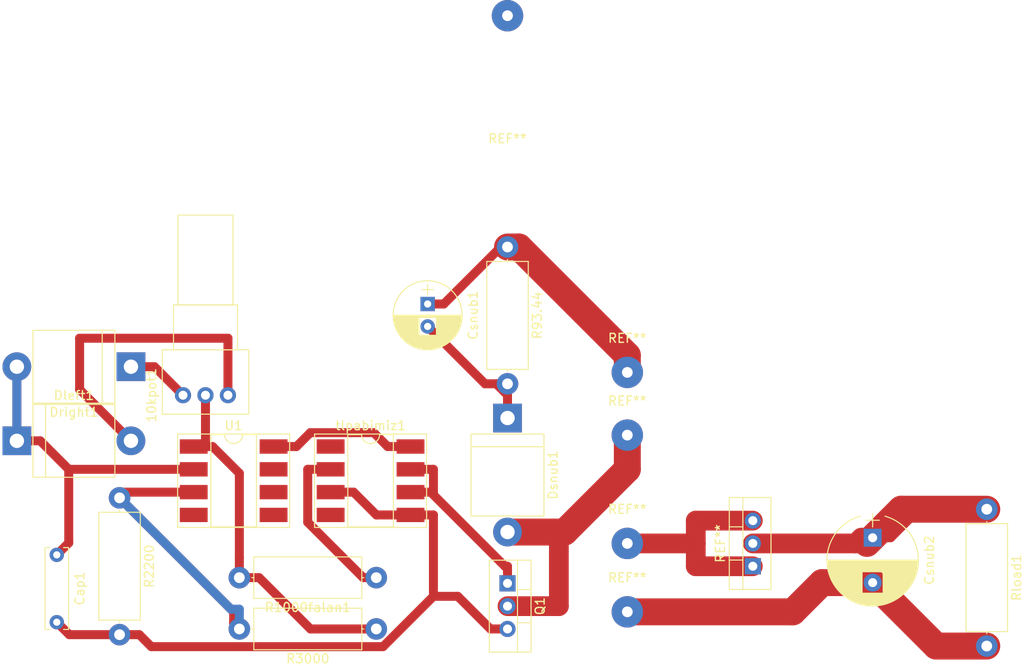
<source format=kicad_pcb>
(kicad_pcb (version 4) (host pcbnew 4.0.7)

  (general
    (links 24)
    (no_connects 0)
    (area 92.739999 46.78494 206.75 121.025)
    (thickness 1.6)
    (drawings 0)
    (tracks 102)
    (zones 0)
    (modules 21)
    (nets 18)
  )

  (page A4)
  (layers
    (0 F.Cu signal)
    (31 B.Cu signal hide)
    (32 B.Adhes user)
    (33 F.Adhes user)
    (34 B.Paste user)
    (35 F.Paste user)
    (36 B.SilkS user)
    (37 F.SilkS user)
    (38 B.Mask user)
    (39 F.Mask user)
    (40 Dwgs.User user)
    (41 Cmts.User user)
    (42 Eco1.User user)
    (43 Eco2.User user)
    (44 Edge.Cuts user)
    (45 Margin user)
    (46 B.CrtYd user)
    (47 F.CrtYd user)
    (48 B.Fab user)
    (49 F.Fab user)
  )

  (setup
    (last_trace_width 3)
    (trace_clearance 0)
    (zone_clearance 0.508)
    (zone_45_only no)
    (trace_min 0.2)
    (segment_width 0.2)
    (edge_width 0.15)
    (via_size 0.6)
    (via_drill 0.4)
    (via_min_size 0.4)
    (via_min_drill 0.3)
    (uvia_size 0.3)
    (uvia_drill 0.1)
    (uvias_allowed no)
    (uvia_min_size 0.2)
    (uvia_min_drill 0.1)
    (pcb_text_width 0.3)
    (pcb_text_size 1.5 1.5)
    (mod_edge_width 0.15)
    (mod_text_size 1 1)
    (mod_text_width 0.15)
    (pad_size 3.50012 3.50012)
    (pad_drill 1.19888)
    (pad_to_mask_clearance 0.2)
    (aux_axis_origin 0 0)
    (visible_elements FFFFFF7F)
    (pcbplotparams
      (layerselection 0x00030_80000001)
      (usegerberextensions false)
      (excludeedgelayer true)
      (linewidth 0.100000)
      (plotframeref false)
      (viasonmask false)
      (mode 1)
      (useauxorigin false)
      (hpglpennumber 1)
      (hpglpenspeed 20)
      (hpglpendiameter 15)
      (hpglpenoverlay 2)
      (psnegative false)
      (psa4output false)
      (plotreference true)
      (plotvalue true)
      (plotinvisibletext false)
      (padsonsilk false)
      (subtractmaskfromsilk false)
      (outputformat 1)
      (mirror false)
      (drillshape 1)
      (scaleselection 1)
      (outputdirectory ""))
  )

  (net 0 "")
  (net 1 "Net-(10kpot1-Pad3)")
  (net 2 "Net-(10kpot1-Pad2)")
  (net 3 "Net-(10kpot1-Pad1)")
  (net 4 "Net-(Cap1-Pad1)")
  (net 5 Earth)
  (net 6 "Net-(Csnub1-Pad1)")
  (net 7 "Net-(Csnub1-Pad2)")
  (net 8 "Net-(Csnub2-Pad1)")
  (net 9 "Net-(Csnub2-Pad2)")
  (net 10 "Net-(Dsnub1-Pad2)")
  (net 11 "Net-(Q1-Pad1)")
  (net 12 "Net-(R1000falan1-Pad1)")
  (net 13 "Net-(R2200-Pad1)")
  (net 14 "Net-(tlpabimiz1-Pad1)")
  (net 15 "Net-(tlpabimiz1-Pad4)")
  (net 16 +12V)
  (net 17 -12VA)

  (net_class Default "This is the default net class."
    (clearance 0)
    (trace_width 3)
    (via_dia 0.6)
    (via_drill 0.4)
    (uvia_dia 0.3)
    (uvia_drill 0.1)
    (add_net +12V)
    (add_net -12VA)
    (add_net Earth)
    (add_net "Net-(10kpot1-Pad1)")
    (add_net "Net-(10kpot1-Pad2)")
    (add_net "Net-(10kpot1-Pad3)")
    (add_net "Net-(Cap1-Pad1)")
    (add_net "Net-(Csnub1-Pad1)")
    (add_net "Net-(Csnub1-Pad2)")
    (add_net "Net-(Csnub2-Pad1)")
    (add_net "Net-(Csnub2-Pad2)")
    (add_net "Net-(Dsnub1-Pad2)")
    (add_net "Net-(Q1-Pad1)")
    (add_net "Net-(R1000falan1-Pad1)")
    (add_net "Net-(R2200-Pad1)")
    (add_net "Net-(tlpabimiz1-Pad1)")
    (add_net "Net-(tlpabimiz1-Pad4)")
  )

  (module Resistors_THT:R_Axial_DIN0414_L11.9mm_D4.5mm_P15.24mm_Horizontal (layer F.Cu) (tedit 5874F706) (tstamp 5AFB184F)
    (at 149.225 74.295 270)
    (descr "Resistor, Axial_DIN0414 series, Axial, Horizontal, pin pitch=15.24mm, 2W, length*diameter=11.9*4.5mm^2, http://www.vishay.com/docs/20128/wkxwrx.pdf")
    (tags "Resistor Axial_DIN0414 series Axial Horizontal pin pitch 15.24mm 2W length 11.9mm diameter 4.5mm")
    (path /5AFB22A5)
    (fp_text reference R93.44 (at 7.62 -3.31 270) (layer F.SilkS)
      (effects (font (size 1 1) (thickness 0.15)))
    )
    (fp_text value R (at 7.62 3.31 270) (layer F.Fab)
      (effects (font (size 1 1) (thickness 0.15)))
    )
    (fp_line (start 1.67 -2.25) (end 1.67 2.25) (layer F.Fab) (width 0.1))
    (fp_line (start 1.67 2.25) (end 13.57 2.25) (layer F.Fab) (width 0.1))
    (fp_line (start 13.57 2.25) (end 13.57 -2.25) (layer F.Fab) (width 0.1))
    (fp_line (start 13.57 -2.25) (end 1.67 -2.25) (layer F.Fab) (width 0.1))
    (fp_line (start 0 0) (end 1.67 0) (layer F.Fab) (width 0.1))
    (fp_line (start 15.24 0) (end 13.57 0) (layer F.Fab) (width 0.1))
    (fp_line (start 1.61 -2.31) (end 1.61 2.31) (layer F.SilkS) (width 0.12))
    (fp_line (start 1.61 2.31) (end 13.63 2.31) (layer F.SilkS) (width 0.12))
    (fp_line (start 13.63 2.31) (end 13.63 -2.31) (layer F.SilkS) (width 0.12))
    (fp_line (start 13.63 -2.31) (end 1.61 -2.31) (layer F.SilkS) (width 0.12))
    (fp_line (start 1.38 0) (end 1.61 0) (layer F.SilkS) (width 0.12))
    (fp_line (start 13.86 0) (end 13.63 0) (layer F.SilkS) (width 0.12))
    (fp_line (start -1.45 -2.6) (end -1.45 2.6) (layer F.CrtYd) (width 0.05))
    (fp_line (start -1.45 2.6) (end 16.7 2.6) (layer F.CrtYd) (width 0.05))
    (fp_line (start 16.7 2.6) (end 16.7 -2.6) (layer F.CrtYd) (width 0.05))
    (fp_line (start 16.7 -2.6) (end -1.45 -2.6) (layer F.CrtYd) (width 0.05))
    (pad 1 thru_hole circle (at 0 0 270) (size 2.4 2.4) (drill 1.2) (layers *.Cu *.Mask)
      (net 6 "Net-(Csnub1-Pad1)"))
    (pad 2 thru_hole oval (at 15.24 0 270) (size 2.4 2.4) (drill 1.2) (layers *.Cu *.Mask)
      (net 7 "Net-(Csnub1-Pad2)"))
    (model ${KISYS3DMOD}/Resistors_THT.3dshapes/R_Axial_DIN0414_L11.9mm_D4.5mm_P15.24mm_Horizontal.wrl
      (at (xyz 0 0 0))
      (scale (xyz 0.393701 0.393701 0.393701))
      (rotate (xyz 0 0 0))
    )
  )

  (module Diodes_THT:D_5KPW_P12.70mm_Horizontal (layer F.Cu) (tedit 5921392E) (tstamp 5AFB183C)
    (at 107.315 87.63 180)
    (descr "D, 5KPW series, Axial, Horizontal, pin pitch=12.7mm, , length*diameter=9*8mm^2, , http://www.diodes.com/_files/packages/8686949.gif")
    (tags "D 5KPW series Axial Horizontal pin pitch 12.7mm  length 9mm diameter 8mm")
    (path /5AFB1190)
    (fp_text reference Dright1 (at 6.35 -5.06 180) (layer F.SilkS)
      (effects (font (size 1 1) (thickness 0.15)))
    )
    (fp_text value D (at 6.35 5.06 180) (layer F.Fab)
      (effects (font (size 1 1) (thickness 0.15)))
    )
    (fp_text user %R (at 6.35 0 180) (layer F.Fab)
      (effects (font (size 1 1) (thickness 0.15)))
    )
    (fp_line (start 1.85 -4) (end 1.85 4) (layer F.Fab) (width 0.1))
    (fp_line (start 1.85 4) (end 10.85 4) (layer F.Fab) (width 0.1))
    (fp_line (start 10.85 4) (end 10.85 -4) (layer F.Fab) (width 0.1))
    (fp_line (start 10.85 -4) (end 1.85 -4) (layer F.Fab) (width 0.1))
    (fp_line (start 0 0) (end 1.85 0) (layer F.Fab) (width 0.1))
    (fp_line (start 12.7 0) (end 10.85 0) (layer F.Fab) (width 0.1))
    (fp_line (start 3.2 -4) (end 3.2 4) (layer F.Fab) (width 0.1))
    (fp_line (start 1.79 -4.06) (end 1.79 4.06) (layer F.SilkS) (width 0.12))
    (fp_line (start 1.79 4.06) (end 10.91 4.06) (layer F.SilkS) (width 0.12))
    (fp_line (start 10.91 4.06) (end 10.91 -4.06) (layer F.SilkS) (width 0.12))
    (fp_line (start 10.91 -4.06) (end 1.79 -4.06) (layer F.SilkS) (width 0.12))
    (fp_line (start 1.78 0) (end 1.79 0) (layer F.SilkS) (width 0.12))
    (fp_line (start 10.92 0) (end 10.91 0) (layer F.SilkS) (width 0.12))
    (fp_line (start 3.2 -4.06) (end 3.2 4.06) (layer F.SilkS) (width 0.12))
    (fp_line (start -1.85 -4.35) (end -1.85 4.35) (layer F.CrtYd) (width 0.05))
    (fp_line (start -1.85 4.35) (end 14.55 4.35) (layer F.CrtYd) (width 0.05))
    (fp_line (start 14.55 4.35) (end 14.55 -4.35) (layer F.CrtYd) (width 0.05))
    (fp_line (start 14.55 -4.35) (end -1.85 -4.35) (layer F.CrtYd) (width 0.05))
    (pad 1 thru_hole rect (at 0 0 180) (size 3.2 3.2) (drill 1.6) (layers *.Cu *.Mask)
      (net 1 "Net-(10kpot1-Pad3)"))
    (pad 2 thru_hole oval (at 12.7 0 180) (size 3.2 3.2) (drill 1.6) (layers *.Cu *.Mask)
      (net 4 "Net-(Cap1-Pad1)"))
    (model ${KISYS3DMOD}/Diodes_THT.3dshapes/D_5KPW_P12.70mm_Horizontal.wrl
      (at (xyz 0 0 0))
      (scale (xyz 0.393701 0.393701 0.393701))
      (rotate (xyz 0 0 0))
    )
  )

  (module Potentiometers:Potentiometer_Alps_RK097_Single_Vertical (layer F.Cu) (tedit 58826B08) (tstamp 5AFB1818)
    (at 118.11 90.805 90)
    (descr "Potentiometer, vertically mounted, Omeg PC16PU, Omeg PC16PU, Omeg PC16PU, Vishay/Spectrol 248GJ/249GJ Single, Vishay/Spectrol 248GJ/249GJ Single, Vishay/Spectrol 248GJ/249GJ Single, Vishay/Spectrol 248GH/249GH Single, Vishay/Spectrol 148/149 Single, Vishay/Spectrol 148/149 Single, Vishay/Spectrol 148/149 Single, Vishay/Spectrol 148A/149A Single with mounting plates, Vishay/Spectrol 148/149 Double, Vishay/Spectrol 148A/149A Double with mounting plates, Piher PC-16 Single, Piher PC-16 Single, Piher PC-16 Single, Piher PC-16SV Single, Piher PC-16 Double, Piher PC-16 Triple, Piher T16H Single, Piher T16L Single, Piher T16H Double, Alps RK163 Single, Alps RK163 Double, Alps RK097 Single, http://www.alps.com/prod/info/E/HTML/Potentiometer/RotaryPotentiometers/RK097/RK097111080J.html")
    (tags "Potentiometer vertical  Omeg PC16PU  Omeg PC16PU  Omeg PC16PU  Vishay/Spectrol 248GJ/249GJ Single  Vishay/Spectrol 248GJ/249GJ Single  Vishay/Spectrol 248GJ/249GJ Single  Vishay/Spectrol 248GH/249GH Single  Vishay/Spectrol 148/149 Single  Vishay/Spectrol 148/149 Single  Vishay/Spectrol 148/149 Single  Vishay/Spectrol 148A/149A Single with mounting plates  Vishay/Spectrol 148/149 Double  Vishay/Spectrol 148A/149A Double with mounting plates  Piher PC-16 Single  Piher PC-16 Single  Piher PC-16 Single  Piher PC-16SV Single  Piher PC-16 Double  Piher PC-16 Triple  Piher T16H Single  Piher T16L Single  Piher T16H Double  Alps RK163 Single  Alps RK163 Double  Alps RK097 Single")
    (path /5AFB33CA)
    (fp_text reference 10kpot1 (at 0 -8.5 90) (layer F.SilkS)
      (effects (font (size 1 1) (thickness 0.15)))
    )
    (fp_text value POT (at 0 3.5 90) (layer F.Fab)
      (effects (font (size 1 1) (thickness 0.15)))
    )
    (fp_line (start -2.05 -7.25) (end -2.05 2.25) (layer F.Fab) (width 0.1))
    (fp_line (start -2.05 2.25) (end 5 2.25) (layer F.Fab) (width 0.1))
    (fp_line (start 5 2.25) (end 5 -7.25) (layer F.Fab) (width 0.1))
    (fp_line (start 5 -7.25) (end -2.05 -7.25) (layer F.Fab) (width 0.1))
    (fp_line (start 5 -6) (end 5 1) (layer F.Fab) (width 0.1))
    (fp_line (start 5 1) (end 10 1) (layer F.Fab) (width 0.1))
    (fp_line (start 10 1) (end 10 -6) (layer F.Fab) (width 0.1))
    (fp_line (start 10 -6) (end 5 -6) (layer F.Fab) (width 0.1))
    (fp_line (start 10 -5.5) (end 10 0.5) (layer F.Fab) (width 0.1))
    (fp_line (start 10 0.5) (end 20 0.5) (layer F.Fab) (width 0.1))
    (fp_line (start 20 0.5) (end 20 -5.5) (layer F.Fab) (width 0.1))
    (fp_line (start 20 -5.5) (end 10 -5.5) (layer F.Fab) (width 0.1))
    (fp_line (start -2.11 -7.31) (end 5.06 -7.31) (layer F.SilkS) (width 0.12))
    (fp_line (start -2.11 2.31) (end 5.06 2.31) (layer F.SilkS) (width 0.12))
    (fp_line (start -2.11 -7.31) (end -2.11 2.31) (layer F.SilkS) (width 0.12))
    (fp_line (start 5.06 -7.31) (end 5.06 2.31) (layer F.SilkS) (width 0.12))
    (fp_line (start 5.06 -6.06) (end 10.06 -6.06) (layer F.SilkS) (width 0.12))
    (fp_line (start 5.06 1.06) (end 10.06 1.06) (layer F.SilkS) (width 0.12))
    (fp_line (start 5.06 -6.06) (end 5.06 1.06) (layer F.SilkS) (width 0.12))
    (fp_line (start 10.06 -6.06) (end 10.06 1.06) (layer F.SilkS) (width 0.12))
    (fp_line (start 10.06 -5.56) (end 20.061 -5.56) (layer F.SilkS) (width 0.12))
    (fp_line (start 10.06 0.56) (end 20.061 0.56) (layer F.SilkS) (width 0.12))
    (fp_line (start 10.06 -5.56) (end 10.06 0.56) (layer F.SilkS) (width 0.12))
    (fp_line (start 20.061 -5.56) (end 20.061 0.56) (layer F.SilkS) (width 0.12))
    (fp_line (start -2.3 -7.5) (end -2.3 2.5) (layer F.CrtYd) (width 0.05))
    (fp_line (start -2.3 2.5) (end 20.25 2.5) (layer F.CrtYd) (width 0.05))
    (fp_line (start 20.25 2.5) (end 20.25 -7.5) (layer F.CrtYd) (width 0.05))
    (fp_line (start 20.25 -7.5) (end -2.3 -7.5) (layer F.CrtYd) (width 0.05))
    (pad 3 thru_hole circle (at 0 -5 90) (size 1.8 1.8) (drill 1) (layers *.Cu *.Mask)
      (net 1 "Net-(10kpot1-Pad3)"))
    (pad 2 thru_hole circle (at 0 -2.5 90) (size 1.8 1.8) (drill 1) (layers *.Cu *.Mask)
      (net 2 "Net-(10kpot1-Pad2)"))
    (pad 1 thru_hole circle (at 0 0 90) (size 1.8 1.8) (drill 1) (layers *.Cu *.Mask)
      (net 3 "Net-(10kpot1-Pad1)"))
    (model Potentiometers.3dshapes/Potentiometer_Alps_RK097_Single_Vertical.wrl
      (at (xyz 0 0 0))
      (scale (xyz 0.393701 0.393701 0.393701))
      (rotate (xyz 0 0 0))
    )
  )

  (module Capacitors_THT:C_Rect_L9.0mm_W2.5mm_P7.50mm_MKT (layer F.Cu) (tedit 597BC7C2) (tstamp 5AFB181E)
    (at 99.06 108.585 270)
    (descr "C, Rect series, Radial, pin pitch=7.50mm, , length*width=9*2.5mm^2, Capacitor, https://en.tdk.eu/inf/20/20/db/fc_2009/MKT_B32560_564.pdf")
    (tags "C Rect series Radial pin pitch 7.50mm  length 9mm width 2.5mm Capacitor")
    (path /5AFB1297)
    (fp_text reference Cap1 (at 3.75 -2.56 270) (layer F.SilkS)
      (effects (font (size 1 1) (thickness 0.15)))
    )
    (fp_text value C (at 3.75 2.56 270) (layer F.Fab)
      (effects (font (size 1 1) (thickness 0.15)))
    )
    (fp_line (start -0.75 -1.25) (end -0.75 1.25) (layer F.Fab) (width 0.1))
    (fp_line (start -0.75 1.25) (end 8.25 1.25) (layer F.Fab) (width 0.1))
    (fp_line (start 8.25 1.25) (end 8.25 -1.25) (layer F.Fab) (width 0.1))
    (fp_line (start 8.25 -1.25) (end -0.75 -1.25) (layer F.Fab) (width 0.1))
    (fp_line (start -0.81 -1.31) (end 8.31 -1.31) (layer F.SilkS) (width 0.12))
    (fp_line (start -0.81 1.31) (end 8.31 1.31) (layer F.SilkS) (width 0.12))
    (fp_line (start -0.81 -1.31) (end -0.81 -0.75) (layer F.SilkS) (width 0.12))
    (fp_line (start -0.81 0.75) (end -0.81 1.31) (layer F.SilkS) (width 0.12))
    (fp_line (start 8.31 -1.31) (end 8.31 -0.75) (layer F.SilkS) (width 0.12))
    (fp_line (start 8.31 0.75) (end 8.31 1.31) (layer F.SilkS) (width 0.12))
    (fp_line (start -1.1 -1.6) (end -1.1 1.6) (layer F.CrtYd) (width 0.05))
    (fp_line (start -1.1 1.6) (end 8.6 1.6) (layer F.CrtYd) (width 0.05))
    (fp_line (start 8.6 1.6) (end 8.6 -1.6) (layer F.CrtYd) (width 0.05))
    (fp_line (start 8.6 -1.6) (end -1.1 -1.6) (layer F.CrtYd) (width 0.05))
    (fp_text user %R (at 3.75 0 270) (layer F.Fab)
      (effects (font (size 1 1) (thickness 0.15)))
    )
    (pad 1 thru_hole circle (at 0 0 270) (size 1.6 1.6) (drill 0.8) (layers *.Cu *.Mask)
      (net 4 "Net-(Cap1-Pad1)"))
    (pad 2 thru_hole circle (at 7.5 0 270) (size 1.6 1.6) (drill 0.8) (layers *.Cu *.Mask)
      (net 5 Earth))
    (model ${KISYS3DMOD}/Capacitors_THT.3dshapes/C_Rect_L9.0mm_W2.5mm_P7.50mm_MKT.wrl
      (at (xyz 0 0 0))
      (scale (xyz 1 1 1))
      (rotate (xyz 0 0 0))
    )
  )

  (module Capacitors_THT:CP_Radial_D7.5mm_P2.50mm (layer F.Cu) (tedit 597BC7C2) (tstamp 5AFB1824)
    (at 140.335 80.645 270)
    (descr "CP, Radial series, Radial, pin pitch=2.50mm, , diameter=7.5mm, Electrolytic Capacitor")
    (tags "CP Radial series Radial pin pitch 2.50mm  diameter 7.5mm Electrolytic Capacitor")
    (path /5AFB233C)
    (fp_text reference Csnub1 (at 1.25 -5.06 270) (layer F.SilkS)
      (effects (font (size 1 1) (thickness 0.15)))
    )
    (fp_text value C (at 1.25 5.06 270) (layer F.Fab)
      (effects (font (size 1 1) (thickness 0.15)))
    )
    (fp_circle (center 1.25 0) (end 5 0) (layer F.Fab) (width 0.1))
    (fp_circle (center 1.25 0) (end 5.09 0) (layer F.SilkS) (width 0.12))
    (fp_line (start -2.2 0) (end -1 0) (layer F.Fab) (width 0.1))
    (fp_line (start -1.6 -0.65) (end -1.6 0.65) (layer F.Fab) (width 0.1))
    (fp_line (start 1.25 -3.8) (end 1.25 3.8) (layer F.SilkS) (width 0.12))
    (fp_line (start 1.29 -3.8) (end 1.29 3.8) (layer F.SilkS) (width 0.12))
    (fp_line (start 1.33 -3.8) (end 1.33 3.8) (layer F.SilkS) (width 0.12))
    (fp_line (start 1.37 -3.799) (end 1.37 3.799) (layer F.SilkS) (width 0.12))
    (fp_line (start 1.41 -3.797) (end 1.41 3.797) (layer F.SilkS) (width 0.12))
    (fp_line (start 1.45 -3.795) (end 1.45 3.795) (layer F.SilkS) (width 0.12))
    (fp_line (start 1.49 -3.793) (end 1.49 3.793) (layer F.SilkS) (width 0.12))
    (fp_line (start 1.53 -3.79) (end 1.53 -0.98) (layer F.SilkS) (width 0.12))
    (fp_line (start 1.53 0.98) (end 1.53 3.79) (layer F.SilkS) (width 0.12))
    (fp_line (start 1.57 -3.787) (end 1.57 -0.98) (layer F.SilkS) (width 0.12))
    (fp_line (start 1.57 0.98) (end 1.57 3.787) (layer F.SilkS) (width 0.12))
    (fp_line (start 1.61 -3.784) (end 1.61 -0.98) (layer F.SilkS) (width 0.12))
    (fp_line (start 1.61 0.98) (end 1.61 3.784) (layer F.SilkS) (width 0.12))
    (fp_line (start 1.65 -3.78) (end 1.65 -0.98) (layer F.SilkS) (width 0.12))
    (fp_line (start 1.65 0.98) (end 1.65 3.78) (layer F.SilkS) (width 0.12))
    (fp_line (start 1.69 -3.775) (end 1.69 -0.98) (layer F.SilkS) (width 0.12))
    (fp_line (start 1.69 0.98) (end 1.69 3.775) (layer F.SilkS) (width 0.12))
    (fp_line (start 1.73 -3.77) (end 1.73 -0.98) (layer F.SilkS) (width 0.12))
    (fp_line (start 1.73 0.98) (end 1.73 3.77) (layer F.SilkS) (width 0.12))
    (fp_line (start 1.77 -3.765) (end 1.77 -0.98) (layer F.SilkS) (width 0.12))
    (fp_line (start 1.77 0.98) (end 1.77 3.765) (layer F.SilkS) (width 0.12))
    (fp_line (start 1.81 -3.759) (end 1.81 -0.98) (layer F.SilkS) (width 0.12))
    (fp_line (start 1.81 0.98) (end 1.81 3.759) (layer F.SilkS) (width 0.12))
    (fp_line (start 1.85 -3.753) (end 1.85 -0.98) (layer F.SilkS) (width 0.12))
    (fp_line (start 1.85 0.98) (end 1.85 3.753) (layer F.SilkS) (width 0.12))
    (fp_line (start 1.89 -3.747) (end 1.89 -0.98) (layer F.SilkS) (width 0.12))
    (fp_line (start 1.89 0.98) (end 1.89 3.747) (layer F.SilkS) (width 0.12))
    (fp_line (start 1.93 -3.74) (end 1.93 -0.98) (layer F.SilkS) (width 0.12))
    (fp_line (start 1.93 0.98) (end 1.93 3.74) (layer F.SilkS) (width 0.12))
    (fp_line (start 1.971 -3.732) (end 1.971 -0.98) (layer F.SilkS) (width 0.12))
    (fp_line (start 1.971 0.98) (end 1.971 3.732) (layer F.SilkS) (width 0.12))
    (fp_line (start 2.011 -3.725) (end 2.011 -0.98) (layer F.SilkS) (width 0.12))
    (fp_line (start 2.011 0.98) (end 2.011 3.725) (layer F.SilkS) (width 0.12))
    (fp_line (start 2.051 -3.716) (end 2.051 -0.98) (layer F.SilkS) (width 0.12))
    (fp_line (start 2.051 0.98) (end 2.051 3.716) (layer F.SilkS) (width 0.12))
    (fp_line (start 2.091 -3.707) (end 2.091 -0.98) (layer F.SilkS) (width 0.12))
    (fp_line (start 2.091 0.98) (end 2.091 3.707) (layer F.SilkS) (width 0.12))
    (fp_line (start 2.131 -3.698) (end 2.131 -0.98) (layer F.SilkS) (width 0.12))
    (fp_line (start 2.131 0.98) (end 2.131 3.698) (layer F.SilkS) (width 0.12))
    (fp_line (start 2.171 -3.689) (end 2.171 -0.98) (layer F.SilkS) (width 0.12))
    (fp_line (start 2.171 0.98) (end 2.171 3.689) (layer F.SilkS) (width 0.12))
    (fp_line (start 2.211 -3.679) (end 2.211 -0.98) (layer F.SilkS) (width 0.12))
    (fp_line (start 2.211 0.98) (end 2.211 3.679) (layer F.SilkS) (width 0.12))
    (fp_line (start 2.251 -3.668) (end 2.251 -0.98) (layer F.SilkS) (width 0.12))
    (fp_line (start 2.251 0.98) (end 2.251 3.668) (layer F.SilkS) (width 0.12))
    (fp_line (start 2.291 -3.657) (end 2.291 -0.98) (layer F.SilkS) (width 0.12))
    (fp_line (start 2.291 0.98) (end 2.291 3.657) (layer F.SilkS) (width 0.12))
    (fp_line (start 2.331 -3.645) (end 2.331 -0.98) (layer F.SilkS) (width 0.12))
    (fp_line (start 2.331 0.98) (end 2.331 3.645) (layer F.SilkS) (width 0.12))
    (fp_line (start 2.371 -3.634) (end 2.371 -0.98) (layer F.SilkS) (width 0.12))
    (fp_line (start 2.371 0.98) (end 2.371 3.634) (layer F.SilkS) (width 0.12))
    (fp_line (start 2.411 -3.621) (end 2.411 -0.98) (layer F.SilkS) (width 0.12))
    (fp_line (start 2.411 0.98) (end 2.411 3.621) (layer F.SilkS) (width 0.12))
    (fp_line (start 2.451 -3.608) (end 2.451 -0.98) (layer F.SilkS) (width 0.12))
    (fp_line (start 2.451 0.98) (end 2.451 3.608) (layer F.SilkS) (width 0.12))
    (fp_line (start 2.491 -3.595) (end 2.491 -0.98) (layer F.SilkS) (width 0.12))
    (fp_line (start 2.491 0.98) (end 2.491 3.595) (layer F.SilkS) (width 0.12))
    (fp_line (start 2.531 -3.581) (end 2.531 -0.98) (layer F.SilkS) (width 0.12))
    (fp_line (start 2.531 0.98) (end 2.531 3.581) (layer F.SilkS) (width 0.12))
    (fp_line (start 2.571 -3.566) (end 2.571 -0.98) (layer F.SilkS) (width 0.12))
    (fp_line (start 2.571 0.98) (end 2.571 3.566) (layer F.SilkS) (width 0.12))
    (fp_line (start 2.611 -3.552) (end 2.611 -0.98) (layer F.SilkS) (width 0.12))
    (fp_line (start 2.611 0.98) (end 2.611 3.552) (layer F.SilkS) (width 0.12))
    (fp_line (start 2.651 -3.536) (end 2.651 -0.98) (layer F.SilkS) (width 0.12))
    (fp_line (start 2.651 0.98) (end 2.651 3.536) (layer F.SilkS) (width 0.12))
    (fp_line (start 2.691 -3.52) (end 2.691 -0.98) (layer F.SilkS) (width 0.12))
    (fp_line (start 2.691 0.98) (end 2.691 3.52) (layer F.SilkS) (width 0.12))
    (fp_line (start 2.731 -3.504) (end 2.731 -0.98) (layer F.SilkS) (width 0.12))
    (fp_line (start 2.731 0.98) (end 2.731 3.504) (layer F.SilkS) (width 0.12))
    (fp_line (start 2.771 -3.487) (end 2.771 -0.98) (layer F.SilkS) (width 0.12))
    (fp_line (start 2.771 0.98) (end 2.771 3.487) (layer F.SilkS) (width 0.12))
    (fp_line (start 2.811 -3.469) (end 2.811 -0.98) (layer F.SilkS) (width 0.12))
    (fp_line (start 2.811 0.98) (end 2.811 3.469) (layer F.SilkS) (width 0.12))
    (fp_line (start 2.851 -3.451) (end 2.851 -0.98) (layer F.SilkS) (width 0.12))
    (fp_line (start 2.851 0.98) (end 2.851 3.451) (layer F.SilkS) (width 0.12))
    (fp_line (start 2.891 -3.433) (end 2.891 -0.98) (layer F.SilkS) (width 0.12))
    (fp_line (start 2.891 0.98) (end 2.891 3.433) (layer F.SilkS) (width 0.12))
    (fp_line (start 2.931 -3.413) (end 2.931 -0.98) (layer F.SilkS) (width 0.12))
    (fp_line (start 2.931 0.98) (end 2.931 3.413) (layer F.SilkS) (width 0.12))
    (fp_line (start 2.971 -3.394) (end 2.971 -0.98) (layer F.SilkS) (width 0.12))
    (fp_line (start 2.971 0.98) (end 2.971 3.394) (layer F.SilkS) (width 0.12))
    (fp_line (start 3.011 -3.373) (end 3.011 -0.98) (layer F.SilkS) (width 0.12))
    (fp_line (start 3.011 0.98) (end 3.011 3.373) (layer F.SilkS) (width 0.12))
    (fp_line (start 3.051 -3.352) (end 3.051 -0.98) (layer F.SilkS) (width 0.12))
    (fp_line (start 3.051 0.98) (end 3.051 3.352) (layer F.SilkS) (width 0.12))
    (fp_line (start 3.091 -3.331) (end 3.091 -0.98) (layer F.SilkS) (width 0.12))
    (fp_line (start 3.091 0.98) (end 3.091 3.331) (layer F.SilkS) (width 0.12))
    (fp_line (start 3.131 -3.309) (end 3.131 -0.98) (layer F.SilkS) (width 0.12))
    (fp_line (start 3.131 0.98) (end 3.131 3.309) (layer F.SilkS) (width 0.12))
    (fp_line (start 3.171 -3.286) (end 3.171 -0.98) (layer F.SilkS) (width 0.12))
    (fp_line (start 3.171 0.98) (end 3.171 3.286) (layer F.SilkS) (width 0.12))
    (fp_line (start 3.211 -3.263) (end 3.211 -0.98) (layer F.SilkS) (width 0.12))
    (fp_line (start 3.211 0.98) (end 3.211 3.263) (layer F.SilkS) (width 0.12))
    (fp_line (start 3.251 -3.239) (end 3.251 -0.98) (layer F.SilkS) (width 0.12))
    (fp_line (start 3.251 0.98) (end 3.251 3.239) (layer F.SilkS) (width 0.12))
    (fp_line (start 3.291 -3.214) (end 3.291 -0.98) (layer F.SilkS) (width 0.12))
    (fp_line (start 3.291 0.98) (end 3.291 3.214) (layer F.SilkS) (width 0.12))
    (fp_line (start 3.331 -3.188) (end 3.331 -0.98) (layer F.SilkS) (width 0.12))
    (fp_line (start 3.331 0.98) (end 3.331 3.188) (layer F.SilkS) (width 0.12))
    (fp_line (start 3.371 -3.162) (end 3.371 -0.98) (layer F.SilkS) (width 0.12))
    (fp_line (start 3.371 0.98) (end 3.371 3.162) (layer F.SilkS) (width 0.12))
    (fp_line (start 3.411 -3.135) (end 3.411 -0.98) (layer F.SilkS) (width 0.12))
    (fp_line (start 3.411 0.98) (end 3.411 3.135) (layer F.SilkS) (width 0.12))
    (fp_line (start 3.451 -3.108) (end 3.451 -0.98) (layer F.SilkS) (width 0.12))
    (fp_line (start 3.451 0.98) (end 3.451 3.108) (layer F.SilkS) (width 0.12))
    (fp_line (start 3.491 -3.079) (end 3.491 3.079) (layer F.SilkS) (width 0.12))
    (fp_line (start 3.531 -3.05) (end 3.531 3.05) (layer F.SilkS) (width 0.12))
    (fp_line (start 3.571 -3.02) (end 3.571 3.02) (layer F.SilkS) (width 0.12))
    (fp_line (start 3.611 -2.99) (end 3.611 2.99) (layer F.SilkS) (width 0.12))
    (fp_line (start 3.651 -2.958) (end 3.651 2.958) (layer F.SilkS) (width 0.12))
    (fp_line (start 3.691 -2.926) (end 3.691 2.926) (layer F.SilkS) (width 0.12))
    (fp_line (start 3.731 -2.892) (end 3.731 2.892) (layer F.SilkS) (width 0.12))
    (fp_line (start 3.771 -2.858) (end 3.771 2.858) (layer F.SilkS) (width 0.12))
    (fp_line (start 3.811 -2.823) (end 3.811 2.823) (layer F.SilkS) (width 0.12))
    (fp_line (start 3.851 -2.786) (end 3.851 2.786) (layer F.SilkS) (width 0.12))
    (fp_line (start 3.891 -2.749) (end 3.891 2.749) (layer F.SilkS) (width 0.12))
    (fp_line (start 3.931 -2.711) (end 3.931 2.711) (layer F.SilkS) (width 0.12))
    (fp_line (start 3.971 -2.671) (end 3.971 2.671) (layer F.SilkS) (width 0.12))
    (fp_line (start 4.011 -2.63) (end 4.011 2.63) (layer F.SilkS) (width 0.12))
    (fp_line (start 4.051 -2.588) (end 4.051 2.588) (layer F.SilkS) (width 0.12))
    (fp_line (start 4.091 -2.545) (end 4.091 2.545) (layer F.SilkS) (width 0.12))
    (fp_line (start 4.131 -2.5) (end 4.131 2.5) (layer F.SilkS) (width 0.12))
    (fp_line (start 4.171 -2.454) (end 4.171 2.454) (layer F.SilkS) (width 0.12))
    (fp_line (start 4.211 -2.407) (end 4.211 2.407) (layer F.SilkS) (width 0.12))
    (fp_line (start 4.251 -2.357) (end 4.251 2.357) (layer F.SilkS) (width 0.12))
    (fp_line (start 4.291 -2.307) (end 4.291 2.307) (layer F.SilkS) (width 0.12))
    (fp_line (start 4.331 -2.254) (end 4.331 2.254) (layer F.SilkS) (width 0.12))
    (fp_line (start 4.371 -2.199) (end 4.371 2.199) (layer F.SilkS) (width 0.12))
    (fp_line (start 4.411 -2.142) (end 4.411 2.142) (layer F.SilkS) (width 0.12))
    (fp_line (start 4.451 -2.083) (end 4.451 2.083) (layer F.SilkS) (width 0.12))
    (fp_line (start 4.491 -2.022) (end 4.491 2.022) (layer F.SilkS) (width 0.12))
    (fp_line (start 4.531 -1.957) (end 4.531 1.957) (layer F.SilkS) (width 0.12))
    (fp_line (start 4.571 -1.89) (end 4.571 1.89) (layer F.SilkS) (width 0.12))
    (fp_line (start 4.611 -1.82) (end 4.611 1.82) (layer F.SilkS) (width 0.12))
    (fp_line (start 4.651 -1.745) (end 4.651 1.745) (layer F.SilkS) (width 0.12))
    (fp_line (start 4.691 -1.667) (end 4.691 1.667) (layer F.SilkS) (width 0.12))
    (fp_line (start 4.731 -1.584) (end 4.731 1.584) (layer F.SilkS) (width 0.12))
    (fp_line (start 4.771 -1.495) (end 4.771 1.495) (layer F.SilkS) (width 0.12))
    (fp_line (start 4.811 -1.4) (end 4.811 1.4) (layer F.SilkS) (width 0.12))
    (fp_line (start 4.851 -1.297) (end 4.851 1.297) (layer F.SilkS) (width 0.12))
    (fp_line (start 4.891 -1.184) (end 4.891 1.184) (layer F.SilkS) (width 0.12))
    (fp_line (start 4.931 -1.057) (end 4.931 1.057) (layer F.SilkS) (width 0.12))
    (fp_line (start 4.971 -0.913) (end 4.971 0.913) (layer F.SilkS) (width 0.12))
    (fp_line (start 5.011 -0.74) (end 5.011 0.74) (layer F.SilkS) (width 0.12))
    (fp_line (start 5.051 -0.513) (end 5.051 0.513) (layer F.SilkS) (width 0.12))
    (fp_line (start -2.2 0) (end -1 0) (layer F.SilkS) (width 0.12))
    (fp_line (start -1.6 -0.65) (end -1.6 0.65) (layer F.SilkS) (width 0.12))
    (fp_line (start -2.85 -4.1) (end -2.85 4.1) (layer F.CrtYd) (width 0.05))
    (fp_line (start -2.85 4.1) (end 5.35 4.1) (layer F.CrtYd) (width 0.05))
    (fp_line (start 5.35 4.1) (end 5.35 -4.1) (layer F.CrtYd) (width 0.05))
    (fp_line (start 5.35 -4.1) (end -2.85 -4.1) (layer F.CrtYd) (width 0.05))
    (fp_text user %R (at 1.25 0 270) (layer F.Fab)
      (effects (font (size 1 1) (thickness 0.15)))
    )
    (pad 1 thru_hole rect (at 0 0 270) (size 1.6 1.6) (drill 0.8) (layers *.Cu *.Mask)
      (net 6 "Net-(Csnub1-Pad1)"))
    (pad 2 thru_hole circle (at 2.5 0 270) (size 1.6 1.6) (drill 0.8) (layers *.Cu *.Mask)
      (net 7 "Net-(Csnub1-Pad2)"))
    (model ${KISYS3DMOD}/Capacitors_THT.3dshapes/CP_Radial_D7.5mm_P2.50mm.wrl
      (at (xyz 0 0 0))
      (scale (xyz 1 1 1))
      (rotate (xyz 0 0 0))
    )
  )

  (module Capacitors_THT:CP_Radial_D10.0mm_P5.00mm (layer F.Cu) (tedit 597BC7C2) (tstamp 5AFB182A)
    (at 189.865 106.68 270)
    (descr "CP, Radial series, Radial, pin pitch=5.00mm, , diameter=10mm, Electrolytic Capacitor")
    (tags "CP Radial series Radial pin pitch 5.00mm  diameter 10mm Electrolytic Capacitor")
    (path /5AFB27F5)
    (fp_text reference Csnub2 (at 2.5 -6.31 270) (layer F.SilkS)
      (effects (font (size 1 1) (thickness 0.15)))
    )
    (fp_text value C (at 2.5 6.31 270) (layer F.Fab)
      (effects (font (size 1 1) (thickness 0.15)))
    )
    (fp_arc (start 2.5 0) (end -2.399357 -1.38) (angle 148.5) (layer F.SilkS) (width 0.12))
    (fp_arc (start 2.5 0) (end -2.399357 1.38) (angle -148.5) (layer F.SilkS) (width 0.12))
    (fp_arc (start 2.5 0) (end 7.399357 -1.38) (angle 31.5) (layer F.SilkS) (width 0.12))
    (fp_circle (center 2.5 0) (end 7.5 0) (layer F.Fab) (width 0.1))
    (fp_line (start -2.7 0) (end -1.2 0) (layer F.Fab) (width 0.1))
    (fp_line (start -1.95 -0.75) (end -1.95 0.75) (layer F.Fab) (width 0.1))
    (fp_line (start 2.5 -5.05) (end 2.5 5.05) (layer F.SilkS) (width 0.12))
    (fp_line (start 2.54 -5.05) (end 2.54 5.05) (layer F.SilkS) (width 0.12))
    (fp_line (start 2.58 -5.05) (end 2.58 5.05) (layer F.SilkS) (width 0.12))
    (fp_line (start 2.62 -5.049) (end 2.62 5.049) (layer F.SilkS) (width 0.12))
    (fp_line (start 2.66 -5.048) (end 2.66 5.048) (layer F.SilkS) (width 0.12))
    (fp_line (start 2.7 -5.047) (end 2.7 5.047) (layer F.SilkS) (width 0.12))
    (fp_line (start 2.74 -5.045) (end 2.74 5.045) (layer F.SilkS) (width 0.12))
    (fp_line (start 2.78 -5.043) (end 2.78 5.043) (layer F.SilkS) (width 0.12))
    (fp_line (start 2.82 -5.04) (end 2.82 5.04) (layer F.SilkS) (width 0.12))
    (fp_line (start 2.86 -5.038) (end 2.86 5.038) (layer F.SilkS) (width 0.12))
    (fp_line (start 2.9 -5.035) (end 2.9 5.035) (layer F.SilkS) (width 0.12))
    (fp_line (start 2.94 -5.031) (end 2.94 5.031) (layer F.SilkS) (width 0.12))
    (fp_line (start 2.98 -5.028) (end 2.98 5.028) (layer F.SilkS) (width 0.12))
    (fp_line (start 3.02 -5.024) (end 3.02 5.024) (layer F.SilkS) (width 0.12))
    (fp_line (start 3.06 -5.02) (end 3.06 5.02) (layer F.SilkS) (width 0.12))
    (fp_line (start 3.1 -5.015) (end 3.1 5.015) (layer F.SilkS) (width 0.12))
    (fp_line (start 3.14 -5.01) (end 3.14 5.01) (layer F.SilkS) (width 0.12))
    (fp_line (start 3.18 -5.005) (end 3.18 5.005) (layer F.SilkS) (width 0.12))
    (fp_line (start 3.221 -4.999) (end 3.221 4.999) (layer F.SilkS) (width 0.12))
    (fp_line (start 3.261 -4.993) (end 3.261 4.993) (layer F.SilkS) (width 0.12))
    (fp_line (start 3.301 -4.987) (end 3.301 4.987) (layer F.SilkS) (width 0.12))
    (fp_line (start 3.341 -4.981) (end 3.341 4.981) (layer F.SilkS) (width 0.12))
    (fp_line (start 3.381 -4.974) (end 3.381 4.974) (layer F.SilkS) (width 0.12))
    (fp_line (start 3.421 -4.967) (end 3.421 4.967) (layer F.SilkS) (width 0.12))
    (fp_line (start 3.461 -4.959) (end 3.461 4.959) (layer F.SilkS) (width 0.12))
    (fp_line (start 3.501 -4.951) (end 3.501 4.951) (layer F.SilkS) (width 0.12))
    (fp_line (start 3.541 -4.943) (end 3.541 4.943) (layer F.SilkS) (width 0.12))
    (fp_line (start 3.581 -4.935) (end 3.581 4.935) (layer F.SilkS) (width 0.12))
    (fp_line (start 3.621 -4.926) (end 3.621 4.926) (layer F.SilkS) (width 0.12))
    (fp_line (start 3.661 -4.917) (end 3.661 4.917) (layer F.SilkS) (width 0.12))
    (fp_line (start 3.701 -4.907) (end 3.701 4.907) (layer F.SilkS) (width 0.12))
    (fp_line (start 3.741 -4.897) (end 3.741 4.897) (layer F.SilkS) (width 0.12))
    (fp_line (start 3.781 -4.887) (end 3.781 4.887) (layer F.SilkS) (width 0.12))
    (fp_line (start 3.821 -4.876) (end 3.821 -1.181) (layer F.SilkS) (width 0.12))
    (fp_line (start 3.821 1.181) (end 3.821 4.876) (layer F.SilkS) (width 0.12))
    (fp_line (start 3.861 -4.865) (end 3.861 -1.181) (layer F.SilkS) (width 0.12))
    (fp_line (start 3.861 1.181) (end 3.861 4.865) (layer F.SilkS) (width 0.12))
    (fp_line (start 3.901 -4.854) (end 3.901 -1.181) (layer F.SilkS) (width 0.12))
    (fp_line (start 3.901 1.181) (end 3.901 4.854) (layer F.SilkS) (width 0.12))
    (fp_line (start 3.941 -4.843) (end 3.941 -1.181) (layer F.SilkS) (width 0.12))
    (fp_line (start 3.941 1.181) (end 3.941 4.843) (layer F.SilkS) (width 0.12))
    (fp_line (start 3.981 -4.831) (end 3.981 -1.181) (layer F.SilkS) (width 0.12))
    (fp_line (start 3.981 1.181) (end 3.981 4.831) (layer F.SilkS) (width 0.12))
    (fp_line (start 4.021 -4.818) (end 4.021 -1.181) (layer F.SilkS) (width 0.12))
    (fp_line (start 4.021 1.181) (end 4.021 4.818) (layer F.SilkS) (width 0.12))
    (fp_line (start 4.061 -4.806) (end 4.061 -1.181) (layer F.SilkS) (width 0.12))
    (fp_line (start 4.061 1.181) (end 4.061 4.806) (layer F.SilkS) (width 0.12))
    (fp_line (start 4.101 -4.792) (end 4.101 -1.181) (layer F.SilkS) (width 0.12))
    (fp_line (start 4.101 1.181) (end 4.101 4.792) (layer F.SilkS) (width 0.12))
    (fp_line (start 4.141 -4.779) (end 4.141 -1.181) (layer F.SilkS) (width 0.12))
    (fp_line (start 4.141 1.181) (end 4.141 4.779) (layer F.SilkS) (width 0.12))
    (fp_line (start 4.181 -4.765) (end 4.181 -1.181) (layer F.SilkS) (width 0.12))
    (fp_line (start 4.181 1.181) (end 4.181 4.765) (layer F.SilkS) (width 0.12))
    (fp_line (start 4.221 -4.751) (end 4.221 -1.181) (layer F.SilkS) (width 0.12))
    (fp_line (start 4.221 1.181) (end 4.221 4.751) (layer F.SilkS) (width 0.12))
    (fp_line (start 4.261 -4.737) (end 4.261 -1.181) (layer F.SilkS) (width 0.12))
    (fp_line (start 4.261 1.181) (end 4.261 4.737) (layer F.SilkS) (width 0.12))
    (fp_line (start 4.301 -4.722) (end 4.301 -1.181) (layer F.SilkS) (width 0.12))
    (fp_line (start 4.301 1.181) (end 4.301 4.722) (layer F.SilkS) (width 0.12))
    (fp_line (start 4.341 -4.706) (end 4.341 -1.181) (layer F.SilkS) (width 0.12))
    (fp_line (start 4.341 1.181) (end 4.341 4.706) (layer F.SilkS) (width 0.12))
    (fp_line (start 4.381 -4.691) (end 4.381 -1.181) (layer F.SilkS) (width 0.12))
    (fp_line (start 4.381 1.181) (end 4.381 4.691) (layer F.SilkS) (width 0.12))
    (fp_line (start 4.421 -4.674) (end 4.421 -1.181) (layer F.SilkS) (width 0.12))
    (fp_line (start 4.421 1.181) (end 4.421 4.674) (layer F.SilkS) (width 0.12))
    (fp_line (start 4.461 -4.658) (end 4.461 -1.181) (layer F.SilkS) (width 0.12))
    (fp_line (start 4.461 1.181) (end 4.461 4.658) (layer F.SilkS) (width 0.12))
    (fp_line (start 4.501 -4.641) (end 4.501 -1.181) (layer F.SilkS) (width 0.12))
    (fp_line (start 4.501 1.181) (end 4.501 4.641) (layer F.SilkS) (width 0.12))
    (fp_line (start 4.541 -4.624) (end 4.541 -1.181) (layer F.SilkS) (width 0.12))
    (fp_line (start 4.541 1.181) (end 4.541 4.624) (layer F.SilkS) (width 0.12))
    (fp_line (start 4.581 -4.606) (end 4.581 -1.181) (layer F.SilkS) (width 0.12))
    (fp_line (start 4.581 1.181) (end 4.581 4.606) (layer F.SilkS) (width 0.12))
    (fp_line (start 4.621 -4.588) (end 4.621 -1.181) (layer F.SilkS) (width 0.12))
    (fp_line (start 4.621 1.181) (end 4.621 4.588) (layer F.SilkS) (width 0.12))
    (fp_line (start 4.661 -4.569) (end 4.661 -1.181) (layer F.SilkS) (width 0.12))
    (fp_line (start 4.661 1.181) (end 4.661 4.569) (layer F.SilkS) (width 0.12))
    (fp_line (start 4.701 -4.55) (end 4.701 -1.181) (layer F.SilkS) (width 0.12))
    (fp_line (start 4.701 1.181) (end 4.701 4.55) (layer F.SilkS) (width 0.12))
    (fp_line (start 4.741 -4.531) (end 4.741 -1.181) (layer F.SilkS) (width 0.12))
    (fp_line (start 4.741 1.181) (end 4.741 4.531) (layer F.SilkS) (width 0.12))
    (fp_line (start 4.781 -4.511) (end 4.781 -1.181) (layer F.SilkS) (width 0.12))
    (fp_line (start 4.781 1.181) (end 4.781 4.511) (layer F.SilkS) (width 0.12))
    (fp_line (start 4.821 -4.491) (end 4.821 -1.181) (layer F.SilkS) (width 0.12))
    (fp_line (start 4.821 1.181) (end 4.821 4.491) (layer F.SilkS) (width 0.12))
    (fp_line (start 4.861 -4.47) (end 4.861 -1.181) (layer F.SilkS) (width 0.12))
    (fp_line (start 4.861 1.181) (end 4.861 4.47) (layer F.SilkS) (width 0.12))
    (fp_line (start 4.901 -4.449) (end 4.901 -1.181) (layer F.SilkS) (width 0.12))
    (fp_line (start 4.901 1.181) (end 4.901 4.449) (layer F.SilkS) (width 0.12))
    (fp_line (start 4.941 -4.428) (end 4.941 -1.181) (layer F.SilkS) (width 0.12))
    (fp_line (start 4.941 1.181) (end 4.941 4.428) (layer F.SilkS) (width 0.12))
    (fp_line (start 4.981 -4.405) (end 4.981 -1.181) (layer F.SilkS) (width 0.12))
    (fp_line (start 4.981 1.181) (end 4.981 4.405) (layer F.SilkS) (width 0.12))
    (fp_line (start 5.021 -4.383) (end 5.021 -1.181) (layer F.SilkS) (width 0.12))
    (fp_line (start 5.021 1.181) (end 5.021 4.383) (layer F.SilkS) (width 0.12))
    (fp_line (start 5.061 -4.36) (end 5.061 -1.181) (layer F.SilkS) (width 0.12))
    (fp_line (start 5.061 1.181) (end 5.061 4.36) (layer F.SilkS) (width 0.12))
    (fp_line (start 5.101 -4.336) (end 5.101 -1.181) (layer F.SilkS) (width 0.12))
    (fp_line (start 5.101 1.181) (end 5.101 4.336) (layer F.SilkS) (width 0.12))
    (fp_line (start 5.141 -4.312) (end 5.141 -1.181) (layer F.SilkS) (width 0.12))
    (fp_line (start 5.141 1.181) (end 5.141 4.312) (layer F.SilkS) (width 0.12))
    (fp_line (start 5.181 -4.288) (end 5.181 -1.181) (layer F.SilkS) (width 0.12))
    (fp_line (start 5.181 1.181) (end 5.181 4.288) (layer F.SilkS) (width 0.12))
    (fp_line (start 5.221 -4.263) (end 5.221 -1.181) (layer F.SilkS) (width 0.12))
    (fp_line (start 5.221 1.181) (end 5.221 4.263) (layer F.SilkS) (width 0.12))
    (fp_line (start 5.261 -4.237) (end 5.261 -1.181) (layer F.SilkS) (width 0.12))
    (fp_line (start 5.261 1.181) (end 5.261 4.237) (layer F.SilkS) (width 0.12))
    (fp_line (start 5.301 -4.211) (end 5.301 -1.181) (layer F.SilkS) (width 0.12))
    (fp_line (start 5.301 1.181) (end 5.301 4.211) (layer F.SilkS) (width 0.12))
    (fp_line (start 5.341 -4.185) (end 5.341 -1.181) (layer F.SilkS) (width 0.12))
    (fp_line (start 5.341 1.181) (end 5.341 4.185) (layer F.SilkS) (width 0.12))
    (fp_line (start 5.381 -4.157) (end 5.381 -1.181) (layer F.SilkS) (width 0.12))
    (fp_line (start 5.381 1.181) (end 5.381 4.157) (layer F.SilkS) (width 0.12))
    (fp_line (start 5.421 -4.13) (end 5.421 -1.181) (layer F.SilkS) (width 0.12))
    (fp_line (start 5.421 1.181) (end 5.421 4.13) (layer F.SilkS) (width 0.12))
    (fp_line (start 5.461 -4.101) (end 5.461 -1.181) (layer F.SilkS) (width 0.12))
    (fp_line (start 5.461 1.181) (end 5.461 4.101) (layer F.SilkS) (width 0.12))
    (fp_line (start 5.501 -4.072) (end 5.501 -1.181) (layer F.SilkS) (width 0.12))
    (fp_line (start 5.501 1.181) (end 5.501 4.072) (layer F.SilkS) (width 0.12))
    (fp_line (start 5.541 -4.043) (end 5.541 -1.181) (layer F.SilkS) (width 0.12))
    (fp_line (start 5.541 1.181) (end 5.541 4.043) (layer F.SilkS) (width 0.12))
    (fp_line (start 5.581 -4.013) (end 5.581 -1.181) (layer F.SilkS) (width 0.12))
    (fp_line (start 5.581 1.181) (end 5.581 4.013) (layer F.SilkS) (width 0.12))
    (fp_line (start 5.621 -3.982) (end 5.621 -1.181) (layer F.SilkS) (width 0.12))
    (fp_line (start 5.621 1.181) (end 5.621 3.982) (layer F.SilkS) (width 0.12))
    (fp_line (start 5.661 -3.951) (end 5.661 -1.181) (layer F.SilkS) (width 0.12))
    (fp_line (start 5.661 1.181) (end 5.661 3.951) (layer F.SilkS) (width 0.12))
    (fp_line (start 5.701 -3.919) (end 5.701 -1.181) (layer F.SilkS) (width 0.12))
    (fp_line (start 5.701 1.181) (end 5.701 3.919) (layer F.SilkS) (width 0.12))
    (fp_line (start 5.741 -3.886) (end 5.741 -1.181) (layer F.SilkS) (width 0.12))
    (fp_line (start 5.741 1.181) (end 5.741 3.886) (layer F.SilkS) (width 0.12))
    (fp_line (start 5.781 -3.853) (end 5.781 -1.181) (layer F.SilkS) (width 0.12))
    (fp_line (start 5.781 1.181) (end 5.781 3.853) (layer F.SilkS) (width 0.12))
    (fp_line (start 5.821 -3.819) (end 5.821 -1.181) (layer F.SilkS) (width 0.12))
    (fp_line (start 5.821 1.181) (end 5.821 3.819) (layer F.SilkS) (width 0.12))
    (fp_line (start 5.861 -3.784) (end 5.861 -1.181) (layer F.SilkS) (width 0.12))
    (fp_line (start 5.861 1.181) (end 5.861 3.784) (layer F.SilkS) (width 0.12))
    (fp_line (start 5.901 -3.748) (end 5.901 -1.181) (layer F.SilkS) (width 0.12))
    (fp_line (start 5.901 1.181) (end 5.901 3.748) (layer F.SilkS) (width 0.12))
    (fp_line (start 5.941 -3.712) (end 5.941 -1.181) (layer F.SilkS) (width 0.12))
    (fp_line (start 5.941 1.181) (end 5.941 3.712) (layer F.SilkS) (width 0.12))
    (fp_line (start 5.981 -3.675) (end 5.981 -1.181) (layer F.SilkS) (width 0.12))
    (fp_line (start 5.981 1.181) (end 5.981 3.675) (layer F.SilkS) (width 0.12))
    (fp_line (start 6.021 -3.637) (end 6.021 -1.181) (layer F.SilkS) (width 0.12))
    (fp_line (start 6.021 1.181) (end 6.021 3.637) (layer F.SilkS) (width 0.12))
    (fp_line (start 6.061 -3.598) (end 6.061 -1.181) (layer F.SilkS) (width 0.12))
    (fp_line (start 6.061 1.181) (end 6.061 3.598) (layer F.SilkS) (width 0.12))
    (fp_line (start 6.101 -3.559) (end 6.101 -1.181) (layer F.SilkS) (width 0.12))
    (fp_line (start 6.101 1.181) (end 6.101 3.559) (layer F.SilkS) (width 0.12))
    (fp_line (start 6.141 -3.518) (end 6.141 -1.181) (layer F.SilkS) (width 0.12))
    (fp_line (start 6.141 1.181) (end 6.141 3.518) (layer F.SilkS) (width 0.12))
    (fp_line (start 6.181 -3.477) (end 6.181 3.477) (layer F.SilkS) (width 0.12))
    (fp_line (start 6.221 -3.435) (end 6.221 3.435) (layer F.SilkS) (width 0.12))
    (fp_line (start 6.261 -3.391) (end 6.261 3.391) (layer F.SilkS) (width 0.12))
    (fp_line (start 6.301 -3.347) (end 6.301 3.347) (layer F.SilkS) (width 0.12))
    (fp_line (start 6.341 -3.302) (end 6.341 3.302) (layer F.SilkS) (width 0.12))
    (fp_line (start 6.381 -3.255) (end 6.381 3.255) (layer F.SilkS) (width 0.12))
    (fp_line (start 6.421 -3.207) (end 6.421 3.207) (layer F.SilkS) (width 0.12))
    (fp_line (start 6.461 -3.158) (end 6.461 3.158) (layer F.SilkS) (width 0.12))
    (fp_line (start 6.501 -3.108) (end 6.501 3.108) (layer F.SilkS) (width 0.12))
    (fp_line (start 6.541 -3.057) (end 6.541 3.057) (layer F.SilkS) (width 0.12))
    (fp_line (start 6.581 -3.004) (end 6.581 3.004) (layer F.SilkS) (width 0.12))
    (fp_line (start 6.621 -2.949) (end 6.621 2.949) (layer F.SilkS) (width 0.12))
    (fp_line (start 6.661 -2.894) (end 6.661 2.894) (layer F.SilkS) (width 0.12))
    (fp_line (start 6.701 -2.836) (end 6.701 2.836) (layer F.SilkS) (width 0.12))
    (fp_line (start 6.741 -2.777) (end 6.741 2.777) (layer F.SilkS) (width 0.12))
    (fp_line (start 6.781 -2.715) (end 6.781 2.715) (layer F.SilkS) (width 0.12))
    (fp_line (start 6.821 -2.652) (end 6.821 2.652) (layer F.SilkS) (width 0.12))
    (fp_line (start 6.861 -2.587) (end 6.861 2.587) (layer F.SilkS) (width 0.12))
    (fp_line (start 6.901 -2.519) (end 6.901 2.519) (layer F.SilkS) (width 0.12))
    (fp_line (start 6.941 -2.449) (end 6.941 2.449) (layer F.SilkS) (width 0.12))
    (fp_line (start 6.981 -2.377) (end 6.981 2.377) (layer F.SilkS) (width 0.12))
    (fp_line (start 7.021 -2.301) (end 7.021 2.301) (layer F.SilkS) (width 0.12))
    (fp_line (start 7.061 -2.222) (end 7.061 2.222) (layer F.SilkS) (width 0.12))
    (fp_line (start 7.101 -2.14) (end 7.101 2.14) (layer F.SilkS) (width 0.12))
    (fp_line (start 7.141 -2.053) (end 7.141 2.053) (layer F.SilkS) (width 0.12))
    (fp_line (start 7.181 -1.962) (end 7.181 1.962) (layer F.SilkS) (width 0.12))
    (fp_line (start 7.221 -1.866) (end 7.221 1.866) (layer F.SilkS) (width 0.12))
    (fp_line (start 7.261 -1.763) (end 7.261 1.763) (layer F.SilkS) (width 0.12))
    (fp_line (start 7.301 -1.654) (end 7.301 1.654) (layer F.SilkS) (width 0.12))
    (fp_line (start 7.341 -1.536) (end 7.341 1.536) (layer F.SilkS) (width 0.12))
    (fp_line (start 7.381 -1.407) (end 7.381 1.407) (layer F.SilkS) (width 0.12))
    (fp_line (start 7.421 -1.265) (end 7.421 1.265) (layer F.SilkS) (width 0.12))
    (fp_line (start 7.461 -1.104) (end 7.461 1.104) (layer F.SilkS) (width 0.12))
    (fp_line (start 7.501 -0.913) (end 7.501 0.913) (layer F.SilkS) (width 0.12))
    (fp_line (start 7.541 -0.672) (end 7.541 0.672) (layer F.SilkS) (width 0.12))
    (fp_line (start 7.581 -0.279) (end 7.581 0.279) (layer F.SilkS) (width 0.12))
    (fp_line (start -2.7 0) (end -1.2 0) (layer F.SilkS) (width 0.12))
    (fp_line (start -1.95 -0.75) (end -1.95 0.75) (layer F.SilkS) (width 0.12))
    (fp_line (start -2.85 -5.35) (end -2.85 5.35) (layer F.CrtYd) (width 0.05))
    (fp_line (start -2.85 5.35) (end 7.85 5.35) (layer F.CrtYd) (width 0.05))
    (fp_line (start 7.85 5.35) (end 7.85 -5.35) (layer F.CrtYd) (width 0.05))
    (fp_line (start 7.85 -5.35) (end -2.85 -5.35) (layer F.CrtYd) (width 0.05))
    (fp_text user %R (at 2.5 0 270) (layer F.Fab)
      (effects (font (size 1 1) (thickness 0.15)))
    )
    (pad 1 thru_hole rect (at 0 0 270) (size 2 2) (drill 1) (layers *.Cu *.Mask)
      (net 8 "Net-(Csnub2-Pad1)"))
    (pad 2 thru_hole circle (at 5 0 270) (size 2 2) (drill 1) (layers *.Cu *.Mask)
      (net 9 "Net-(Csnub2-Pad2)"))
    (model ${KISYS3DMOD}/Capacitors_THT.3dshapes/CP_Radial_D10.0mm_P5.00mm.wrl
      (at (xyz 0 0 0))
      (scale (xyz 1 1 1))
      (rotate (xyz 0 0 0))
    )
  )

  (module Diodes_THT:D_5KPW_P12.70mm_Horizontal (layer F.Cu) (tedit 5921392E) (tstamp 5AFB1830)
    (at 94.615 95.885)
    (descr "D, 5KPW series, Axial, Horizontal, pin pitch=12.7mm, , length*diameter=9*8mm^2, , http://www.diodes.com/_files/packages/8686949.gif")
    (tags "D 5KPW series Axial Horizontal pin pitch 12.7mm  length 9mm diameter 8mm")
    (path /5AFB1113)
    (fp_text reference Dleft1 (at 6.35 -5.06) (layer F.SilkS)
      (effects (font (size 1 1) (thickness 0.15)))
    )
    (fp_text value D (at 6.35 5.06) (layer F.Fab)
      (effects (font (size 1 1) (thickness 0.15)))
    )
    (fp_text user %R (at 6.35 0) (layer F.Fab)
      (effects (font (size 1 1) (thickness 0.15)))
    )
    (fp_line (start 1.85 -4) (end 1.85 4) (layer F.Fab) (width 0.1))
    (fp_line (start 1.85 4) (end 10.85 4) (layer F.Fab) (width 0.1))
    (fp_line (start 10.85 4) (end 10.85 -4) (layer F.Fab) (width 0.1))
    (fp_line (start 10.85 -4) (end 1.85 -4) (layer F.Fab) (width 0.1))
    (fp_line (start 0 0) (end 1.85 0) (layer F.Fab) (width 0.1))
    (fp_line (start 12.7 0) (end 10.85 0) (layer F.Fab) (width 0.1))
    (fp_line (start 3.2 -4) (end 3.2 4) (layer F.Fab) (width 0.1))
    (fp_line (start 1.79 -4.06) (end 1.79 4.06) (layer F.SilkS) (width 0.12))
    (fp_line (start 1.79 4.06) (end 10.91 4.06) (layer F.SilkS) (width 0.12))
    (fp_line (start 10.91 4.06) (end 10.91 -4.06) (layer F.SilkS) (width 0.12))
    (fp_line (start 10.91 -4.06) (end 1.79 -4.06) (layer F.SilkS) (width 0.12))
    (fp_line (start 1.78 0) (end 1.79 0) (layer F.SilkS) (width 0.12))
    (fp_line (start 10.92 0) (end 10.91 0) (layer F.SilkS) (width 0.12))
    (fp_line (start 3.2 -4.06) (end 3.2 4.06) (layer F.SilkS) (width 0.12))
    (fp_line (start -1.85 -4.35) (end -1.85 4.35) (layer F.CrtYd) (width 0.05))
    (fp_line (start -1.85 4.35) (end 14.55 4.35) (layer F.CrtYd) (width 0.05))
    (fp_line (start 14.55 4.35) (end 14.55 -4.35) (layer F.CrtYd) (width 0.05))
    (fp_line (start 14.55 -4.35) (end -1.85 -4.35) (layer F.CrtYd) (width 0.05))
    (pad 1 thru_hole rect (at 0 0) (size 3.2 3.2) (drill 1.6) (layers *.Cu *.Mask)
      (net 4 "Net-(Cap1-Pad1)"))
    (pad 2 thru_hole oval (at 12.7 0) (size 3.2 3.2) (drill 1.6) (layers *.Cu *.Mask)
      (net 3 "Net-(10kpot1-Pad1)"))
    (model ${KISYS3DMOD}/Diodes_THT.3dshapes/D_5KPW_P12.70mm_Horizontal.wrl
      (at (xyz 0 0 0))
      (scale (xyz 0.393701 0.393701 0.393701))
      (rotate (xyz 0 0 0))
    )
  )

  (module Diodes_THT:D_5KPW_P12.70mm_Horizontal (layer F.Cu) (tedit 5921392E) (tstamp 5AFB1842)
    (at 149.225 93.345 270)
    (descr "D, 5KPW series, Axial, Horizontal, pin pitch=12.7mm, , length*diameter=9*8mm^2, , http://www.diodes.com/_files/packages/8686949.gif")
    (tags "D 5KPW series Axial Horizontal pin pitch 12.7mm  length 9mm diameter 8mm")
    (path /5AFB21AE)
    (fp_text reference Dsnub1 (at 6.35 -5.06 270) (layer F.SilkS)
      (effects (font (size 1 1) (thickness 0.15)))
    )
    (fp_text value D (at 6.35 5.06 270) (layer F.Fab)
      (effects (font (size 1 1) (thickness 0.15)))
    )
    (fp_text user %R (at 6.35 0 270) (layer F.Fab)
      (effects (font (size 1 1) (thickness 0.15)))
    )
    (fp_line (start 1.85 -4) (end 1.85 4) (layer F.Fab) (width 0.1))
    (fp_line (start 1.85 4) (end 10.85 4) (layer F.Fab) (width 0.1))
    (fp_line (start 10.85 4) (end 10.85 -4) (layer F.Fab) (width 0.1))
    (fp_line (start 10.85 -4) (end 1.85 -4) (layer F.Fab) (width 0.1))
    (fp_line (start 0 0) (end 1.85 0) (layer F.Fab) (width 0.1))
    (fp_line (start 12.7 0) (end 10.85 0) (layer F.Fab) (width 0.1))
    (fp_line (start 3.2 -4) (end 3.2 4) (layer F.Fab) (width 0.1))
    (fp_line (start 1.79 -4.06) (end 1.79 4.06) (layer F.SilkS) (width 0.12))
    (fp_line (start 1.79 4.06) (end 10.91 4.06) (layer F.SilkS) (width 0.12))
    (fp_line (start 10.91 4.06) (end 10.91 -4.06) (layer F.SilkS) (width 0.12))
    (fp_line (start 10.91 -4.06) (end 1.79 -4.06) (layer F.SilkS) (width 0.12))
    (fp_line (start 1.78 0) (end 1.79 0) (layer F.SilkS) (width 0.12))
    (fp_line (start 10.92 0) (end 10.91 0) (layer F.SilkS) (width 0.12))
    (fp_line (start 3.2 -4.06) (end 3.2 4.06) (layer F.SilkS) (width 0.12))
    (fp_line (start -1.85 -4.35) (end -1.85 4.35) (layer F.CrtYd) (width 0.05))
    (fp_line (start -1.85 4.35) (end 14.55 4.35) (layer F.CrtYd) (width 0.05))
    (fp_line (start 14.55 4.35) (end 14.55 -4.35) (layer F.CrtYd) (width 0.05))
    (fp_line (start 14.55 -4.35) (end -1.85 -4.35) (layer F.CrtYd) (width 0.05))
    (pad 1 thru_hole rect (at 0 0 270) (size 3.2 3.2) (drill 1.6) (layers *.Cu *.Mask)
      (net 7 "Net-(Csnub1-Pad2)"))
    (pad 2 thru_hole oval (at 12.7 0 270) (size 3.2 3.2) (drill 1.6) (layers *.Cu *.Mask)
      (net 10 "Net-(Dsnub1-Pad2)"))
    (model ${KISYS3DMOD}/Diodes_THT.3dshapes/D_5KPW_P12.70mm_Horizontal.wrl
      (at (xyz 0 0 0))
      (scale (xyz 0.393701 0.393701 0.393701))
      (rotate (xyz 0 0 0))
    )
  )

  (module TO_SOT_Packages_THT:TO-220-3_Vertical (layer F.Cu) (tedit 58CE52AD) (tstamp 5AFB1849)
    (at 149.225 111.76 270)
    (descr "TO-220-3, Vertical, RM 2.54mm")
    (tags "TO-220-3 Vertical RM 2.54mm")
    (path /5AFB207C)
    (fp_text reference Q1 (at 2.54 -3.62 270) (layer F.SilkS)
      (effects (font (size 1 1) (thickness 0.15)))
    )
    (fp_text value IRF540N (at 2.54 3.92 270) (layer F.Fab)
      (effects (font (size 1 1) (thickness 0.15)))
    )
    (fp_text user %R (at 2.54 -3.62 270) (layer F.Fab)
      (effects (font (size 1 1) (thickness 0.15)))
    )
    (fp_line (start -2.46 -2.5) (end -2.46 1.9) (layer F.Fab) (width 0.1))
    (fp_line (start -2.46 1.9) (end 7.54 1.9) (layer F.Fab) (width 0.1))
    (fp_line (start 7.54 1.9) (end 7.54 -2.5) (layer F.Fab) (width 0.1))
    (fp_line (start 7.54 -2.5) (end -2.46 -2.5) (layer F.Fab) (width 0.1))
    (fp_line (start -2.46 -1.23) (end 7.54 -1.23) (layer F.Fab) (width 0.1))
    (fp_line (start 0.69 -2.5) (end 0.69 -1.23) (layer F.Fab) (width 0.1))
    (fp_line (start 4.39 -2.5) (end 4.39 -1.23) (layer F.Fab) (width 0.1))
    (fp_line (start -2.58 -2.62) (end 7.66 -2.62) (layer F.SilkS) (width 0.12))
    (fp_line (start -2.58 2.021) (end 7.66 2.021) (layer F.SilkS) (width 0.12))
    (fp_line (start -2.58 -2.62) (end -2.58 2.021) (layer F.SilkS) (width 0.12))
    (fp_line (start 7.66 -2.62) (end 7.66 2.021) (layer F.SilkS) (width 0.12))
    (fp_line (start -2.58 -1.11) (end 7.66 -1.11) (layer F.SilkS) (width 0.12))
    (fp_line (start 0.69 -2.62) (end 0.69 -1.11) (layer F.SilkS) (width 0.12))
    (fp_line (start 4.391 -2.62) (end 4.391 -1.11) (layer F.SilkS) (width 0.12))
    (fp_line (start -2.71 -2.75) (end -2.71 2.16) (layer F.CrtYd) (width 0.05))
    (fp_line (start -2.71 2.16) (end 7.79 2.16) (layer F.CrtYd) (width 0.05))
    (fp_line (start 7.79 2.16) (end 7.79 -2.75) (layer F.CrtYd) (width 0.05))
    (fp_line (start 7.79 -2.75) (end -2.71 -2.75) (layer F.CrtYd) (width 0.05))
    (pad 1 thru_hole rect (at 0 0 270) (size 1.8 1.8) (drill 1) (layers *.Cu *.Mask)
      (net 11 "Net-(Q1-Pad1)"))
    (pad 2 thru_hole oval (at 2.54 0 270) (size 1.8 1.8) (drill 1) (layers *.Cu *.Mask)
      (net 10 "Net-(Dsnub1-Pad2)"))
    (pad 3 thru_hole oval (at 5.08 0 270) (size 1.8 1.8) (drill 1) (layers *.Cu *.Mask)
      (net 5 Earth))
    (model ${KISYS3DMOD}/TO_SOT_Packages_THT.3dshapes/TO-220-3_Vertical.wrl
      (at (xyz 0.1 0 0))
      (scale (xyz 0.393701 0.393701 0.393701))
      (rotate (xyz 0 0 0))
    )
  )

  (module Resistors_THT:R_Axial_DIN0414_L11.9mm_D4.5mm_P15.24mm_Horizontal (layer F.Cu) (tedit 5874F706) (tstamp 5AFB1855)
    (at 134.62 111.125 180)
    (descr "Resistor, Axial_DIN0414 series, Axial, Horizontal, pin pitch=15.24mm, 2W, length*diameter=11.9*4.5mm^2, http://www.vishay.com/docs/20128/wkxwrx.pdf")
    (tags "Resistor Axial_DIN0414 series Axial Horizontal pin pitch 15.24mm 2W length 11.9mm diameter 4.5mm")
    (path /5AFB1C13)
    (fp_text reference R1000falan1 (at 7.62 -3.31 180) (layer F.SilkS)
      (effects (font (size 1 1) (thickness 0.15)))
    )
    (fp_text value R (at 7.62 3.31 180) (layer F.Fab)
      (effects (font (size 1 1) (thickness 0.15)))
    )
    (fp_line (start 1.67 -2.25) (end 1.67 2.25) (layer F.Fab) (width 0.1))
    (fp_line (start 1.67 2.25) (end 13.57 2.25) (layer F.Fab) (width 0.1))
    (fp_line (start 13.57 2.25) (end 13.57 -2.25) (layer F.Fab) (width 0.1))
    (fp_line (start 13.57 -2.25) (end 1.67 -2.25) (layer F.Fab) (width 0.1))
    (fp_line (start 0 0) (end 1.67 0) (layer F.Fab) (width 0.1))
    (fp_line (start 15.24 0) (end 13.57 0) (layer F.Fab) (width 0.1))
    (fp_line (start 1.61 -2.31) (end 1.61 2.31) (layer F.SilkS) (width 0.12))
    (fp_line (start 1.61 2.31) (end 13.63 2.31) (layer F.SilkS) (width 0.12))
    (fp_line (start 13.63 2.31) (end 13.63 -2.31) (layer F.SilkS) (width 0.12))
    (fp_line (start 13.63 -2.31) (end 1.61 -2.31) (layer F.SilkS) (width 0.12))
    (fp_line (start 1.38 0) (end 1.61 0) (layer F.SilkS) (width 0.12))
    (fp_line (start 13.86 0) (end 13.63 0) (layer F.SilkS) (width 0.12))
    (fp_line (start -1.45 -2.6) (end -1.45 2.6) (layer F.CrtYd) (width 0.05))
    (fp_line (start -1.45 2.6) (end 16.7 2.6) (layer F.CrtYd) (width 0.05))
    (fp_line (start 16.7 2.6) (end 16.7 -2.6) (layer F.CrtYd) (width 0.05))
    (fp_line (start 16.7 -2.6) (end -1.45 -2.6) (layer F.CrtYd) (width 0.05))
    (pad 1 thru_hole circle (at 0 0 180) (size 2.4 2.4) (drill 1.2) (layers *.Cu *.Mask)
      (net 12 "Net-(R1000falan1-Pad1)"))
    (pad 2 thru_hole oval (at 15.24 0 180) (size 2.4 2.4) (drill 1.2) (layers *.Cu *.Mask)
      (net 2 "Net-(10kpot1-Pad2)"))
    (model ${KISYS3DMOD}/Resistors_THT.3dshapes/R_Axial_DIN0414_L11.9mm_D4.5mm_P15.24mm_Horizontal.wrl
      (at (xyz 0 0 0))
      (scale (xyz 0.393701 0.393701 0.393701))
      (rotate (xyz 0 0 0))
    )
  )

  (module Resistors_THT:R_Axial_DIN0414_L11.9mm_D4.5mm_P15.24mm_Horizontal (layer F.Cu) (tedit 5874F706) (tstamp 5AFB185B)
    (at 106.045 102.235 270)
    (descr "Resistor, Axial_DIN0414 series, Axial, Horizontal, pin pitch=15.24mm, 2W, length*diameter=11.9*4.5mm^2, http://www.vishay.com/docs/20128/wkxwrx.pdf")
    (tags "Resistor Axial_DIN0414 series Axial Horizontal pin pitch 15.24mm 2W length 11.9mm diameter 4.5mm")
    (path /5AFB1599)
    (fp_text reference R2200 (at 7.62 -3.31 270) (layer F.SilkS)
      (effects (font (size 1 1) (thickness 0.15)))
    )
    (fp_text value R (at 7.62 3.31 270) (layer F.Fab)
      (effects (font (size 1 1) (thickness 0.15)))
    )
    (fp_line (start 1.67 -2.25) (end 1.67 2.25) (layer F.Fab) (width 0.1))
    (fp_line (start 1.67 2.25) (end 13.57 2.25) (layer F.Fab) (width 0.1))
    (fp_line (start 13.57 2.25) (end 13.57 -2.25) (layer F.Fab) (width 0.1))
    (fp_line (start 13.57 -2.25) (end 1.67 -2.25) (layer F.Fab) (width 0.1))
    (fp_line (start 0 0) (end 1.67 0) (layer F.Fab) (width 0.1))
    (fp_line (start 15.24 0) (end 13.57 0) (layer F.Fab) (width 0.1))
    (fp_line (start 1.61 -2.31) (end 1.61 2.31) (layer F.SilkS) (width 0.12))
    (fp_line (start 1.61 2.31) (end 13.63 2.31) (layer F.SilkS) (width 0.12))
    (fp_line (start 13.63 2.31) (end 13.63 -2.31) (layer F.SilkS) (width 0.12))
    (fp_line (start 13.63 -2.31) (end 1.61 -2.31) (layer F.SilkS) (width 0.12))
    (fp_line (start 1.38 0) (end 1.61 0) (layer F.SilkS) (width 0.12))
    (fp_line (start 13.86 0) (end 13.63 0) (layer F.SilkS) (width 0.12))
    (fp_line (start -1.45 -2.6) (end -1.45 2.6) (layer F.CrtYd) (width 0.05))
    (fp_line (start -1.45 2.6) (end 16.7 2.6) (layer F.CrtYd) (width 0.05))
    (fp_line (start 16.7 2.6) (end 16.7 -2.6) (layer F.CrtYd) (width 0.05))
    (fp_line (start 16.7 -2.6) (end -1.45 -2.6) (layer F.CrtYd) (width 0.05))
    (pad 1 thru_hole circle (at 0 0 270) (size 2.4 2.4) (drill 1.2) (layers *.Cu *.Mask)
      (net 13 "Net-(R2200-Pad1)"))
    (pad 2 thru_hole oval (at 15.24 0 270) (size 2.4 2.4) (drill 1.2) (layers *.Cu *.Mask)
      (net 5 Earth))
    (model ${KISYS3DMOD}/Resistors_THT.3dshapes/R_Axial_DIN0414_L11.9mm_D4.5mm_P15.24mm_Horizontal.wrl
      (at (xyz 0 0 0))
      (scale (xyz 0.393701 0.393701 0.393701))
      (rotate (xyz 0 0 0))
    )
  )

  (module Resistors_THT:R_Axial_DIN0414_L11.9mm_D4.5mm_P15.24mm_Horizontal (layer F.Cu) (tedit 5874F706) (tstamp 5AFB1861)
    (at 134.62 116.84 180)
    (descr "Resistor, Axial_DIN0414 series, Axial, Horizontal, pin pitch=15.24mm, 2W, length*diameter=11.9*4.5mm^2, http://www.vishay.com/docs/20128/wkxwrx.pdf")
    (tags "Resistor Axial_DIN0414 series Axial Horizontal pin pitch 15.24mm 2W length 11.9mm diameter 4.5mm")
    (path /5AFB165F)
    (fp_text reference R3000 (at 7.62 -3.31 180) (layer F.SilkS)
      (effects (font (size 1 1) (thickness 0.15)))
    )
    (fp_text value R (at 7.62 3.31 180) (layer F.Fab)
      (effects (font (size 1 1) (thickness 0.15)))
    )
    (fp_line (start 1.67 -2.25) (end 1.67 2.25) (layer F.Fab) (width 0.1))
    (fp_line (start 1.67 2.25) (end 13.57 2.25) (layer F.Fab) (width 0.1))
    (fp_line (start 13.57 2.25) (end 13.57 -2.25) (layer F.Fab) (width 0.1))
    (fp_line (start 13.57 -2.25) (end 1.67 -2.25) (layer F.Fab) (width 0.1))
    (fp_line (start 0 0) (end 1.67 0) (layer F.Fab) (width 0.1))
    (fp_line (start 15.24 0) (end 13.57 0) (layer F.Fab) (width 0.1))
    (fp_line (start 1.61 -2.31) (end 1.61 2.31) (layer F.SilkS) (width 0.12))
    (fp_line (start 1.61 2.31) (end 13.63 2.31) (layer F.SilkS) (width 0.12))
    (fp_line (start 13.63 2.31) (end 13.63 -2.31) (layer F.SilkS) (width 0.12))
    (fp_line (start 13.63 -2.31) (end 1.61 -2.31) (layer F.SilkS) (width 0.12))
    (fp_line (start 1.38 0) (end 1.61 0) (layer F.SilkS) (width 0.12))
    (fp_line (start 13.86 0) (end 13.63 0) (layer F.SilkS) (width 0.12))
    (fp_line (start -1.45 -2.6) (end -1.45 2.6) (layer F.CrtYd) (width 0.05))
    (fp_line (start -1.45 2.6) (end 16.7 2.6) (layer F.CrtYd) (width 0.05))
    (fp_line (start 16.7 2.6) (end 16.7 -2.6) (layer F.CrtYd) (width 0.05))
    (fp_line (start 16.7 -2.6) (end -1.45 -2.6) (layer F.CrtYd) (width 0.05))
    (pad 1 thru_hole circle (at 0 0 180) (size 2.4 2.4) (drill 1.2) (layers *.Cu *.Mask)
      (net 2 "Net-(10kpot1-Pad2)"))
    (pad 2 thru_hole oval (at 15.24 0 180) (size 2.4 2.4) (drill 1.2) (layers *.Cu *.Mask)
      (net 13 "Net-(R2200-Pad1)"))
    (model ${KISYS3DMOD}/Resistors_THT.3dshapes/R_Axial_DIN0414_L11.9mm_D4.5mm_P15.24mm_Horizontal.wrl
      (at (xyz 0 0 0))
      (scale (xyz 0.393701 0.393701 0.393701))
      (rotate (xyz 0 0 0))
    )
  )

  (module Resistors_THT:R_Axial_DIN0414_L11.9mm_D4.5mm_P15.24mm_Horizontal (layer F.Cu) (tedit 5874F706) (tstamp 5AFB1867)
    (at 202.565 103.505 270)
    (descr "Resistor, Axial_DIN0414 series, Axial, Horizontal, pin pitch=15.24mm, 2W, length*diameter=11.9*4.5mm^2, http://www.vishay.com/docs/20128/wkxwrx.pdf")
    (tags "Resistor Axial_DIN0414 series Axial Horizontal pin pitch 15.24mm 2W length 11.9mm diameter 4.5mm")
    (path /5AFB289A)
    (fp_text reference Rload1 (at 7.62 -3.31 270) (layer F.SilkS)
      (effects (font (size 1 1) (thickness 0.15)))
    )
    (fp_text value R (at 7.62 3.31 270) (layer F.Fab)
      (effects (font (size 1 1) (thickness 0.15)))
    )
    (fp_line (start 1.67 -2.25) (end 1.67 2.25) (layer F.Fab) (width 0.1))
    (fp_line (start 1.67 2.25) (end 13.57 2.25) (layer F.Fab) (width 0.1))
    (fp_line (start 13.57 2.25) (end 13.57 -2.25) (layer F.Fab) (width 0.1))
    (fp_line (start 13.57 -2.25) (end 1.67 -2.25) (layer F.Fab) (width 0.1))
    (fp_line (start 0 0) (end 1.67 0) (layer F.Fab) (width 0.1))
    (fp_line (start 15.24 0) (end 13.57 0) (layer F.Fab) (width 0.1))
    (fp_line (start 1.61 -2.31) (end 1.61 2.31) (layer F.SilkS) (width 0.12))
    (fp_line (start 1.61 2.31) (end 13.63 2.31) (layer F.SilkS) (width 0.12))
    (fp_line (start 13.63 2.31) (end 13.63 -2.31) (layer F.SilkS) (width 0.12))
    (fp_line (start 13.63 -2.31) (end 1.61 -2.31) (layer F.SilkS) (width 0.12))
    (fp_line (start 1.38 0) (end 1.61 0) (layer F.SilkS) (width 0.12))
    (fp_line (start 13.86 0) (end 13.63 0) (layer F.SilkS) (width 0.12))
    (fp_line (start -1.45 -2.6) (end -1.45 2.6) (layer F.CrtYd) (width 0.05))
    (fp_line (start -1.45 2.6) (end 16.7 2.6) (layer F.CrtYd) (width 0.05))
    (fp_line (start 16.7 2.6) (end 16.7 -2.6) (layer F.CrtYd) (width 0.05))
    (fp_line (start 16.7 -2.6) (end -1.45 -2.6) (layer F.CrtYd) (width 0.05))
    (pad 1 thru_hole circle (at 0 0 270) (size 2.4 2.4) (drill 1.2) (layers *.Cu *.Mask)
      (net 8 "Net-(Csnub2-Pad1)"))
    (pad 2 thru_hole oval (at 15.24 0 270) (size 2.4 2.4) (drill 1.2) (layers *.Cu *.Mask)
      (net 9 "Net-(Csnub2-Pad2)"))
    (model ${KISYS3DMOD}/Resistors_THT.3dshapes/R_Axial_DIN0414_L11.9mm_D4.5mm_P15.24mm_Horizontal.wrl
      (at (xyz 0 0 0))
      (scale (xyz 0.393701 0.393701 0.393701))
      (rotate (xyz 0 0 0))
    )
  )

  (module Housings_DIP:DIP-8_W8.89mm_SMDSocket_LongPads (layer F.Cu) (tedit 59C78D6B) (tstamp 5AFB1873)
    (at 133.985 100.33)
    (descr "8-lead though-hole mounted DIP package, row spacing 8.89 mm (350 mils), SMDSocket, LongPads")
    (tags "THT DIP DIL PDIP 2.54mm 8.89mm 350mil SMDSocket LongPads")
    (path /5AFB1CF6)
    (attr smd)
    (fp_text reference tlpabimiz1 (at 0 -6.14) (layer F.SilkS)
      (effects (font (size 1 1) (thickness 0.15)))
    )
    (fp_text value TLP250 (at 0 6.14) (layer F.Fab)
      (effects (font (size 1 1) (thickness 0.15)))
    )
    (fp_arc (start 0 -5.14) (end -1 -5.14) (angle -180) (layer F.SilkS) (width 0.12))
    (fp_line (start -2.175 -5.08) (end 3.175 -5.08) (layer F.Fab) (width 0.1))
    (fp_line (start 3.175 -5.08) (end 3.175 5.08) (layer F.Fab) (width 0.1))
    (fp_line (start 3.175 5.08) (end -3.175 5.08) (layer F.Fab) (width 0.1))
    (fp_line (start -3.175 5.08) (end -3.175 -4.08) (layer F.Fab) (width 0.1))
    (fp_line (start -3.175 -4.08) (end -2.175 -5.08) (layer F.Fab) (width 0.1))
    (fp_line (start -5.08 -5.14) (end -5.08 5.14) (layer F.Fab) (width 0.1))
    (fp_line (start -5.08 5.14) (end 5.08 5.14) (layer F.Fab) (width 0.1))
    (fp_line (start 5.08 5.14) (end 5.08 -5.14) (layer F.Fab) (width 0.1))
    (fp_line (start 5.08 -5.14) (end -5.08 -5.14) (layer F.Fab) (width 0.1))
    (fp_line (start -1 -5.14) (end -2.535 -5.14) (layer F.SilkS) (width 0.12))
    (fp_line (start -2.535 -5.14) (end -2.535 5.14) (layer F.SilkS) (width 0.12))
    (fp_line (start -2.535 5.14) (end 2.535 5.14) (layer F.SilkS) (width 0.12))
    (fp_line (start 2.535 5.14) (end 2.535 -5.14) (layer F.SilkS) (width 0.12))
    (fp_line (start 2.535 -5.14) (end 1 -5.14) (layer F.SilkS) (width 0.12))
    (fp_line (start -6.235 -5.2) (end -6.235 5.2) (layer F.SilkS) (width 0.12))
    (fp_line (start -6.235 5.2) (end 6.235 5.2) (layer F.SilkS) (width 0.12))
    (fp_line (start 6.235 5.2) (end 6.235 -5.2) (layer F.SilkS) (width 0.12))
    (fp_line (start 6.235 -5.2) (end -6.235 -5.2) (layer F.SilkS) (width 0.12))
    (fp_line (start -6.25 -5.4) (end -6.25 5.4) (layer F.CrtYd) (width 0.05))
    (fp_line (start -6.25 5.4) (end 6.25 5.4) (layer F.CrtYd) (width 0.05))
    (fp_line (start 6.25 5.4) (end 6.25 -5.4) (layer F.CrtYd) (width 0.05))
    (fp_line (start 6.25 -5.4) (end -6.25 -5.4) (layer F.CrtYd) (width 0.05))
    (fp_text user %R (at 0 0) (layer F.Fab)
      (effects (font (size 1 1) (thickness 0.15)))
    )
    (pad 1 smd rect (at -4.445 -3.81) (size 3.1 1.6) (layers F.Cu F.Paste F.Mask)
      (net 14 "Net-(tlpabimiz1-Pad1)"))
    (pad 5 smd rect (at 4.445 3.81) (size 3.1 1.6) (layers F.Cu F.Paste F.Mask)
      (net 5 Earth))
    (pad 2 smd rect (at -4.445 -1.27) (size 3.1 1.6) (layers F.Cu F.Paste F.Mask)
      (net 12 "Net-(R1000falan1-Pad1)"))
    (pad 6 smd rect (at 4.445 1.27) (size 3.1 1.6) (layers F.Cu F.Paste F.Mask)
      (net 11 "Net-(Q1-Pad1)"))
    (pad 3 smd rect (at -4.445 1.27) (size 3.1 1.6) (layers F.Cu F.Paste F.Mask)
      (net 5 Earth))
    (pad 7 smd rect (at 4.445 -1.27) (size 3.1 1.6) (layers F.Cu F.Paste F.Mask)
      (net 11 "Net-(Q1-Pad1)"))
    (pad 4 smd rect (at -4.445 3.81) (size 3.1 1.6) (layers F.Cu F.Paste F.Mask)
      (net 15 "Net-(tlpabimiz1-Pad4)"))
    (pad 8 smd rect (at 4.445 -3.81) (size 3.1 1.6) (layers F.Cu F.Paste F.Mask)
      (net 16 +12V))
    (model ${KISYS3DMOD}/Housings_DIP.3dshapes/DIP-8_W8.89mm_SMDSocket.wrl
      (at (xyz 0 0 0))
      (scale (xyz 1 1 1))
      (rotate (xyz 0 0 0))
    )
  )

  (module Housings_DIP:DIP-8_W8.89mm_SMDSocket_LongPads (layer F.Cu) (tedit 59C78D6B) (tstamp 5AFB187F)
    (at 118.745 100.33)
    (descr "8-lead though-hole mounted DIP package, row spacing 8.89 mm (350 mils), SMDSocket, LongPads")
    (tags "THT DIP DIL PDIP 2.54mm 8.89mm 350mil SMDSocket LongPads")
    (path /5AFB1351)
    (attr smd)
    (fp_text reference U1 (at 0 -6.14) (layer F.SilkS)
      (effects (font (size 1 1) (thickness 0.15)))
    )
    (fp_text value LM358 (at 0 6.14) (layer F.Fab)
      (effects (font (size 1 1) (thickness 0.15)))
    )
    (fp_arc (start 0 -5.14) (end -1 -5.14) (angle -180) (layer F.SilkS) (width 0.12))
    (fp_line (start -2.175 -5.08) (end 3.175 -5.08) (layer F.Fab) (width 0.1))
    (fp_line (start 3.175 -5.08) (end 3.175 5.08) (layer F.Fab) (width 0.1))
    (fp_line (start 3.175 5.08) (end -3.175 5.08) (layer F.Fab) (width 0.1))
    (fp_line (start -3.175 5.08) (end -3.175 -4.08) (layer F.Fab) (width 0.1))
    (fp_line (start -3.175 -4.08) (end -2.175 -5.08) (layer F.Fab) (width 0.1))
    (fp_line (start -5.08 -5.14) (end -5.08 5.14) (layer F.Fab) (width 0.1))
    (fp_line (start -5.08 5.14) (end 5.08 5.14) (layer F.Fab) (width 0.1))
    (fp_line (start 5.08 5.14) (end 5.08 -5.14) (layer F.Fab) (width 0.1))
    (fp_line (start 5.08 -5.14) (end -5.08 -5.14) (layer F.Fab) (width 0.1))
    (fp_line (start -1 -5.14) (end -2.535 -5.14) (layer F.SilkS) (width 0.12))
    (fp_line (start -2.535 -5.14) (end -2.535 5.14) (layer F.SilkS) (width 0.12))
    (fp_line (start -2.535 5.14) (end 2.535 5.14) (layer F.SilkS) (width 0.12))
    (fp_line (start 2.535 5.14) (end 2.535 -5.14) (layer F.SilkS) (width 0.12))
    (fp_line (start 2.535 -5.14) (end 1 -5.14) (layer F.SilkS) (width 0.12))
    (fp_line (start -6.235 -5.2) (end -6.235 5.2) (layer F.SilkS) (width 0.12))
    (fp_line (start -6.235 5.2) (end 6.235 5.2) (layer F.SilkS) (width 0.12))
    (fp_line (start 6.235 5.2) (end 6.235 -5.2) (layer F.SilkS) (width 0.12))
    (fp_line (start 6.235 -5.2) (end -6.235 -5.2) (layer F.SilkS) (width 0.12))
    (fp_line (start -6.25 -5.4) (end -6.25 5.4) (layer F.CrtYd) (width 0.05))
    (fp_line (start -6.25 5.4) (end 6.25 5.4) (layer F.CrtYd) (width 0.05))
    (fp_line (start 6.25 5.4) (end 6.25 -5.4) (layer F.CrtYd) (width 0.05))
    (fp_line (start 6.25 -5.4) (end -6.25 -5.4) (layer F.CrtYd) (width 0.05))
    (fp_text user %R (at 0 0) (layer F.Fab)
      (effects (font (size 1 1) (thickness 0.15)))
    )
    (pad 1 smd rect (at -4.445 -3.81) (size 3.1 1.6) (layers F.Cu F.Paste F.Mask)
      (net 2 "Net-(10kpot1-Pad2)"))
    (pad 5 smd rect (at 4.445 3.81) (size 3.1 1.6) (layers F.Cu F.Paste F.Mask))
    (pad 2 smd rect (at -4.445 -1.27) (size 3.1 1.6) (layers F.Cu F.Paste F.Mask)
      (net 4 "Net-(Cap1-Pad1)"))
    (pad 6 smd rect (at 4.445 1.27) (size 3.1 1.6) (layers F.Cu F.Paste F.Mask))
    (pad 3 smd rect (at -4.445 1.27) (size 3.1 1.6) (layers F.Cu F.Paste F.Mask)
      (net 13 "Net-(R2200-Pad1)"))
    (pad 7 smd rect (at 4.445 -1.27) (size 3.1 1.6) (layers F.Cu F.Paste F.Mask))
    (pad 4 smd rect (at -4.445 3.81) (size 3.1 1.6) (layers F.Cu F.Paste F.Mask)
      (net 17 -12VA))
    (pad 8 smd rect (at 4.445 -3.81) (size 3.1 1.6) (layers F.Cu F.Paste F.Mask)
      (net 16 +12V))
    (model ${KISYS3DMOD}/Housings_DIP.3dshapes/DIP-8_W8.89mm_SMDSocket.wrl
      (at (xyz 0 0 0))
      (scale (xyz 1 1 1))
      (rotate (xyz 0 0 0))
    )
  )

  (module TO_SOT_Packages_THT:TO-220-3_Vertical (layer F.Cu) (tedit 58CE52AD) (tstamp 5AFBDB87)
    (at 176.53 109.855 90)
    (descr "TO-220-3, Vertical, RM 2.54mm")
    (tags "TO-220-3 Vertical RM 2.54mm")
    (fp_text reference REF** (at 2.54 -3.62 90) (layer F.SilkS)
      (effects (font (size 1 1) (thickness 0.15)))
    )
    (fp_text value TO-220-3_Vertical (at 2.54 3.92 90) (layer F.Fab)
      (effects (font (size 1 1) (thickness 0.15)))
    )
    (fp_text user %R (at 2.54 -3.62 90) (layer F.Fab)
      (effects (font (size 1 1) (thickness 0.15)))
    )
    (fp_line (start -2.46 -2.5) (end -2.46 1.9) (layer F.Fab) (width 0.1))
    (fp_line (start -2.46 1.9) (end 7.54 1.9) (layer F.Fab) (width 0.1))
    (fp_line (start 7.54 1.9) (end 7.54 -2.5) (layer F.Fab) (width 0.1))
    (fp_line (start 7.54 -2.5) (end -2.46 -2.5) (layer F.Fab) (width 0.1))
    (fp_line (start -2.46 -1.23) (end 7.54 -1.23) (layer F.Fab) (width 0.1))
    (fp_line (start 0.69 -2.5) (end 0.69 -1.23) (layer F.Fab) (width 0.1))
    (fp_line (start 4.39 -2.5) (end 4.39 -1.23) (layer F.Fab) (width 0.1))
    (fp_line (start -2.58 -2.62) (end 7.66 -2.62) (layer F.SilkS) (width 0.12))
    (fp_line (start -2.58 2.021) (end 7.66 2.021) (layer F.SilkS) (width 0.12))
    (fp_line (start -2.58 -2.62) (end -2.58 2.021) (layer F.SilkS) (width 0.12))
    (fp_line (start 7.66 -2.62) (end 7.66 2.021) (layer F.SilkS) (width 0.12))
    (fp_line (start -2.58 -1.11) (end 7.66 -1.11) (layer F.SilkS) (width 0.12))
    (fp_line (start 0.69 -2.62) (end 0.69 -1.11) (layer F.SilkS) (width 0.12))
    (fp_line (start 4.391 -2.62) (end 4.391 -1.11) (layer F.SilkS) (width 0.12))
    (fp_line (start -2.71 -2.75) (end -2.71 2.16) (layer F.CrtYd) (width 0.05))
    (fp_line (start -2.71 2.16) (end 7.79 2.16) (layer F.CrtYd) (width 0.05))
    (fp_line (start 7.79 2.16) (end 7.79 -2.75) (layer F.CrtYd) (width 0.05))
    (fp_line (start 7.79 -2.75) (end -2.71 -2.75) (layer F.CrtYd) (width 0.05))
    (pad 1 thru_hole rect (at 0 0 90) (size 1.8 1.8) (drill 1) (layers *.Cu *.Mask))
    (pad 2 thru_hole oval (at 2.54 0 90) (size 1.8 1.8) (drill 1) (layers *.Cu *.Mask))
    (pad 3 thru_hole oval (at 5.08 0 90) (size 1.8 1.8) (drill 1) (layers *.Cu *.Mask))
    (model ${KISYS3DMOD}/TO_SOT_Packages_THT.3dshapes/TO-220-3_Vertical.wrl
      (at (xyz 0.1 0 0))
      (scale (xyz 0.393701 0.393701 0.393701))
      (rotate (xyz 0 0 0))
    )
  )

  (module Wire_Pads:SolderWirePad_single_1-2mmDrill (layer F.Cu) (tedit 0) (tstamp 5AFBDCB9)
    (at 162.56 107.315)
    (fp_text reference REF** (at 0 -3.81) (layer F.SilkS)
      (effects (font (size 1 1) (thickness 0.15)))
    )
    (fp_text value SolderWirePad_single_1-2mmDrill (at -1.905 3.175) (layer F.Fab)
      (effects (font (size 1 1) (thickness 0.15)))
    )
    (pad 1 thru_hole circle (at 0 0) (size 3.50012 3.50012) (drill 1.19888) (layers *.Cu *.Mask))
  )

  (module Wire_Pads:SolderWirePad_single_1-2mmDrill (layer F.Cu) (tedit 0) (tstamp 5AFBDCC5)
    (at 162.56 114.935)
    (fp_text reference REF** (at 0 -3.81) (layer F.SilkS)
      (effects (font (size 1 1) (thickness 0.15)))
    )
    (fp_text value SolderWirePad_single_1-2mmDrill (at -1.905 3.175) (layer F.Fab)
      (effects (font (size 1 1) (thickness 0.15)))
    )
    (pad 1 thru_hole circle (at 0 0) (size 3.50012 3.50012) (drill 1.19888) (layers *.Cu *.Mask))
  )

  (module Wire_Pads:SolderWirePad_single_1-2mmDrill (layer F.Cu) (tedit 0) (tstamp 5AFBDCE2)
    (at 162.56 95.25)
    (fp_text reference REF** (at 0 -3.81) (layer F.SilkS)
      (effects (font (size 1 1) (thickness 0.15)))
    )
    (fp_text value SolderWirePad_single_1-2mmDrill (at -1.905 3.175) (layer F.Fab)
      (effects (font (size 1 1) (thickness 0.15)))
    )
    (pad 1 thru_hole circle (at 0 0) (size 3.50012 3.50012) (drill 1.19888) (layers *.Cu *.Mask))
  )

  (module Wire_Pads:SolderWirePad_single_1-2mmDrill (layer F.Cu) (tedit 0) (tstamp 5AFBDCE3)
    (at 162.56 88.265)
    (fp_text reference REF** (at 0 -3.81) (layer F.SilkS)
      (effects (font (size 1 1) (thickness 0.15)))
    )
    (fp_text value SolderWirePad_single_1-2mmDrill (at -1.905 3.175) (layer F.Fab)
      (effects (font (size 1 1) (thickness 0.15)))
    )
    (pad 1 thru_hole circle (at 0 0) (size 3.50012 3.50012) (drill 1.19888) (layers *.Cu *.Mask))
  )

  (module Wire_Pads:SolderWirePad_single_1-2mmDrill (layer F.Cu) (tedit 5AFC3218) (tstamp 5AFC31E6)
    (at 149.225 66.04)
    (fp_text reference REF** (at 0 -3.81) (layer F.SilkS)
      (effects (font (size 1 1) (thickness 0.15)))
    )
    (fp_text value SolderWirePad_single_1-2mmDrill (at -1.905 3.175) (layer F.Fab)
      (effects (font (size 1 1) (thickness 0.15)))
    )
    (pad 1 thru_hole circle (at 0 -17.505) (size 3.50012 3.50012) (drill 1.19888) (layers *.Cu *.Mask))
  )

  (segment (start 170.18 107.315) (end 162.56 107.315) (width 2.2) (layer F.Cu) (net 0))
  (segment (start 170.18 104.775) (end 170.18 107.315) (width 2.2) (layer F.Cu) (net 0))
  (segment (start 170.18 107.315) (end 170.18 109.855) (width 2.2) (layer F.Cu) (net 0) (tstamp 5AFBDCB1))
  (segment (start 176.53 104.775) (end 170.18 104.775) (width 2.2) (layer F.Cu) (net 0))
  (segment (start 170.18 109.855) (end 176.53 109.855) (width 2.2) (layer F.Cu) (net 0))
  (segment (start 109.935 87.63) (end 113.11 90.805) (width 1) (layer F.Cu) (net 1))
  (segment (start 107.315 87.63) (end 109.935 87.63) (width 1) (layer F.Cu) (net 1))
  (segment (start 127.295 116.84) (end 134.62 116.84) (width 1) (layer F.Cu) (net 2))
  (segment (start 121.58 111.125) (end 127.295 116.84) (width 1) (layer F.Cu) (net 2))
  (segment (start 119.38 111.125) (end 121.58 111.125) (width 1) (layer F.Cu) (net 2))
  (segment (start 119.38 99.4999) (end 119.38 108.925) (width 1) (layer F.Cu) (net 2))
  (segment (start 116.4001 96.52) (end 119.38 99.4999) (width 1) (layer F.Cu) (net 2))
  (segment (start 119.38 111.125) (end 119.38 108.925) (width 1) (layer F.Cu) (net 2))
  (segment (start 114.3 96.52) (end 115.3501 96.52) (width 1) (layer F.Cu) (net 2))
  (segment (start 115.3501 96.52) (end 116.4001 96.52) (width 1) (layer F.Cu) (net 2))
  (segment (start 115.61 96.2601) (end 115.61 90.805) (width 1) (layer F.Cu) (net 2))
  (segment (start 115.3501 96.52) (end 115.61 96.2601) (width 1) (layer F.Cu) (net 2))
  (segment (start 107.315 95.885) (end 101.6 90.17) (width 1) (layer F.Cu) (net 3))
  (segment (start 118.11 84.455) (end 118.11 90.805) (width 1) (layer F.Cu) (net 3) (tstamp 5AFBDB6B))
  (segment (start 101.6 84.455) (end 118.11 84.455) (width 1) (layer F.Cu) (net 3) (tstamp 5AFBDB6A))
  (segment (start 101.6 90.17) (end 101.6 84.455) (width 1) (layer F.Cu) (net 3) (tstamp 5AFBDB69))
  (segment (start 94.615 95.885) (end 94.615 87.63) (width 1) (layer F.Cu) (net 4))
  (segment (start 94.615 95.885) (end 97.215 95.885) (width 1) (layer F.Cu) (net 4))
  (segment (start 94.615 87.63) (end 94.615 95.885) (width 1) (layer B.Cu) (net 4))
  (segment (start 100.39 107.255) (end 99.06 108.585) (width 1) (layer F.Cu) (net 4))
  (segment (start 100.39 99.06) (end 100.39 107.255) (width 1) (layer F.Cu) (net 4))
  (segment (start 114.3 99.06) (end 100.39 99.06) (width 1) (layer F.Cu) (net 4))
  (segment (start 100.39 99.06) (end 97.215 95.885) (width 1) (layer F.Cu) (net 4))
  (segment (start 100.45 117.475) (end 106.045 117.475) (width 1) (layer F.Cu) (net 5))
  (segment (start 99.06 116.085) (end 100.45 117.475) (width 1) (layer F.Cu) (net 5))
  (segment (start 106.045 117.475) (end 108.245 117.475) (width 1) (layer F.Cu) (net 5))
  (segment (start 108.245 117.475) (end 109.5792 118.8092) (width 1) (layer F.Cu) (net 5))
  (segment (start 109.5792 118.8092) (end 135.377 118.8092) (width 1) (layer F.Cu) (net 5))
  (segment (start 138.43 104.14) (end 140.98 104.14) (width 1) (layer F.Cu) (net 5))
  (segment (start 140.98 113.2062) (end 140.98 104.14) (width 1) (layer F.Cu) (net 5))
  (segment (start 134.63 104.14) (end 138.43 104.14) (width 1) (layer F.Cu) (net 5))
  (segment (start 132.09 101.6) (end 134.63 104.14) (width 1) (layer F.Cu) (net 5))
  (segment (start 129.54 101.6) (end 132.09 101.6) (width 1) (layer F.Cu) (net 5))
  (segment (start 143.6912 113.2062) (end 147.325 116.84) (width 1) (layer F.Cu) (net 5))
  (segment (start 140.98 113.2062) (end 143.6912 113.2062) (width 1) (layer F.Cu) (net 5))
  (segment (start 135.377 118.8092) (end 140.98 113.2062) (width 1) (layer F.Cu) (net 5))
  (segment (start 149.225 116.84) (end 147.325 116.84) (width 1) (layer F.Cu) (net 5))
  (segment (start 149.225 74.295) (end 150.495 74.295) (width 3) (layer F.Cu) (net 6))
  (segment (start 162.56 86.36) (end 162.56 88.265) (width 3) (layer F.Cu) (net 6) (tstamp 5AFBDD00))
  (segment (start 150.495 74.295) (end 162.56 86.36) (width 3) (layer F.Cu) (net 6) (tstamp 5AFBDCFF))
  (segment (start 148.485 74.295) (end 142.135 80.645) (width 1) (layer F.Cu) (net 6))
  (segment (start 149.225 74.295) (end 148.485 74.295) (width 1) (layer F.Cu) (net 6))
  (segment (start 140.335 80.645) (end 142.135 80.645) (width 1) (layer F.Cu) (net 6))
  (segment (start 149.225 89.535) (end 147.975 89.535) (width 1) (layer F.Cu) (net 7))
  (segment (start 146.725 89.535) (end 140.335 83.145) (width 1) (layer F.Cu) (net 7))
  (segment (start 147.975 89.535) (end 146.725 89.535) (width 1) (layer F.Cu) (net 7))
  (segment (start 149.185 90.745) (end 149.225 90.745) (width 1) (layer F.Cu) (net 7))
  (segment (start 147.975 89.535) (end 149.185 90.745) (width 1) (layer F.Cu) (net 7))
  (segment (start 149.225 93.345) (end 149.225 90.745) (width 1) (layer F.Cu) (net 7))
  (segment (start 189.865 106.68) (end 188.595 106.68) (width 2.2) (layer F.Cu) (net 8))
  (segment (start 187.96 107.315) (end 176.53 107.315) (width 2.2) (layer F.Cu) (net 8) (tstamp 5AFBDBBF))
  (segment (start 188.595 106.68) (end 187.96 107.315) (width 2.2) (layer F.Cu) (net 8) (tstamp 5AFBDBBE))
  (segment (start 189.23 107.315) (end 193.04 103.505) (width 3) (layer F.Cu) (net 8) (tstamp 5AFBDB6F))
  (segment (start 193.04 103.505) (end 202.565 103.505) (width 3) (layer F.Cu) (net 8) (tstamp 5AFBDB70))
  (segment (start 187.23 107.315) (end 187.865 106.68) (width 1) (layer F.Cu) (net 8))
  (segment (start 180.34 107.315) (end 187.23 107.315) (width 1) (layer F.Cu) (net 8))
  (segment (start 189.865 106.68) (end 187.865 106.68) (width 1) (layer F.Cu) (net 8))
  (segment (start 195.04 103.505) (end 191.865 106.68) (width 1) (layer F.Cu) (net 8))
  (segment (start 202.565 103.505) (end 195.04 103.505) (width 1) (layer F.Cu) (net 8))
  (segment (start 189.865 106.68) (end 191.865 106.68) (width 1) (layer F.Cu) (net 8))
  (segment (start 196.93 118.745) (end 202.565 118.745) (width 3) (layer F.Cu) (net 9) (tstamp 5AFBDB73))
  (segment (start 202.565 118.745) (end 196.93 118.745) (width 1) (layer F.Cu) (net 9))
  (segment (start 189.865 111.68) (end 184.23 111.68) (width 3) (layer F.Cu) (net 9))
  (segment (start 180.975 114.935) (end 162.56 114.935) (width 3) (layer F.Cu) (net 9) (tstamp 5AFBDCBC))
  (segment (start 184.23 111.68) (end 180.975 114.935) (width 3) (layer F.Cu) (net 9) (tstamp 5AFBDCBB))
  (segment (start 189.865 111.68) (end 196.93 118.745) (width 3) (layer F.Cu) (net 9))
  (segment (start 149.225 106.045) (end 155.575 106.045) (width 3) (layer F.Cu) (net 10))
  (segment (start 162.56 99.06) (end 162.56 95.25) (width 3) (layer F.Cu) (net 10) (tstamp 5AFBDCEF))
  (segment (start 155.575 106.045) (end 162.56 99.06) (width 3) (layer F.Cu) (net 10) (tstamp 5AFBDCEE))
  (segment (start 149.225 114.3) (end 154.94 114.3) (width 2.2) (layer F.Cu) (net 10))
  (segment (start 154.94 106.045) (end 149.225 106.045) (width 2.2) (layer F.Cu) (net 10) (tstamp 5AFBDB5D))
  (segment (start 154.94 114.3) (end 154.94 106.045) (width 2.2) (layer F.Cu) (net 10) (tstamp 5AFBDB5C))
  (segment (start 148.9404 109.86) (end 149.225 109.86) (width 1) (layer F.Cu) (net 11))
  (segment (start 149.225 111.76) (end 149.225 109.86) (width 1) (layer F.Cu) (net 11))
  (segment (start 140.98 99.06) (end 140.98 101.6) (width 1) (layer F.Cu) (net 11))
  (segment (start 138.43 99.06) (end 140.98 99.06) (width 1) (layer F.Cu) (net 11))
  (segment (start 138.43 101.6) (end 140.5301 101.6) (width 1) (layer F.Cu) (net 11))
  (segment (start 140.5301 101.6) (end 140.6804 101.6) (width 1) (layer F.Cu) (net 11))
  (segment (start 140.6804 101.6) (end 140.98 101.6) (width 1) (layer F.Cu) (net 11))
  (segment (start 140.6804 101.6) (end 148.9404 109.86) (width 1) (layer F.Cu) (net 11))
  (segment (start 133.1581 111.125) (end 134.62 111.125) (width 1) (layer F.Cu) (net 12))
  (segment (start 126.99 104.9569) (end 133.1581 111.125) (width 1) (layer F.Cu) (net 12))
  (segment (start 126.99 99.06) (end 126.99 104.9569) (width 1) (layer F.Cu) (net 12))
  (segment (start 129.54 99.06) (end 126.99 99.06) (width 1) (layer F.Cu) (net 12))
  (segment (start 106.045 102.235) (end 118.745 114.935) (width 1) (layer F.Cu) (net 13))
  (segment (start 118.745 114.935) (end 118.745 116.205) (width 1) (layer F.Cu) (net 13) (tstamp 5AFBDB4E))
  (segment (start 118.745 116.205) (end 119.38 116.84) (width 1) (layer F.Cu) (net 13) (tstamp 5AFBDB4F))
  (segment (start 106.68 101.6) (end 106.045 102.235) (width 1) (layer F.Cu) (net 13))
  (segment (start 114.3 101.6) (end 106.68 101.6) (width 1) (layer F.Cu) (net 13))
  (segment (start 118.45 114.64) (end 106.045 102.235) (width 1) (layer B.Cu) (net 13))
  (segment (start 119.38 114.64) (end 118.45 114.64) (width 1) (layer B.Cu) (net 13))
  (segment (start 119.38 116.84) (end 119.38 114.64) (width 1) (layer B.Cu) (net 13))
  (segment (start 134.3382 94.9782) (end 135.88 96.52) (width 1) (layer F.Cu) (net 16))
  (segment (start 127.2818 94.9782) (end 134.3382 94.9782) (width 1) (layer F.Cu) (net 16))
  (segment (start 125.74 96.52) (end 127.2818 94.9782) (width 1) (layer F.Cu) (net 16))
  (segment (start 123.19 96.52) (end 125.74 96.52) (width 1) (layer F.Cu) (net 16))
  (segment (start 138.43 96.52) (end 135.88 96.52) (width 1) (layer F.Cu) (net 16))

)

</source>
